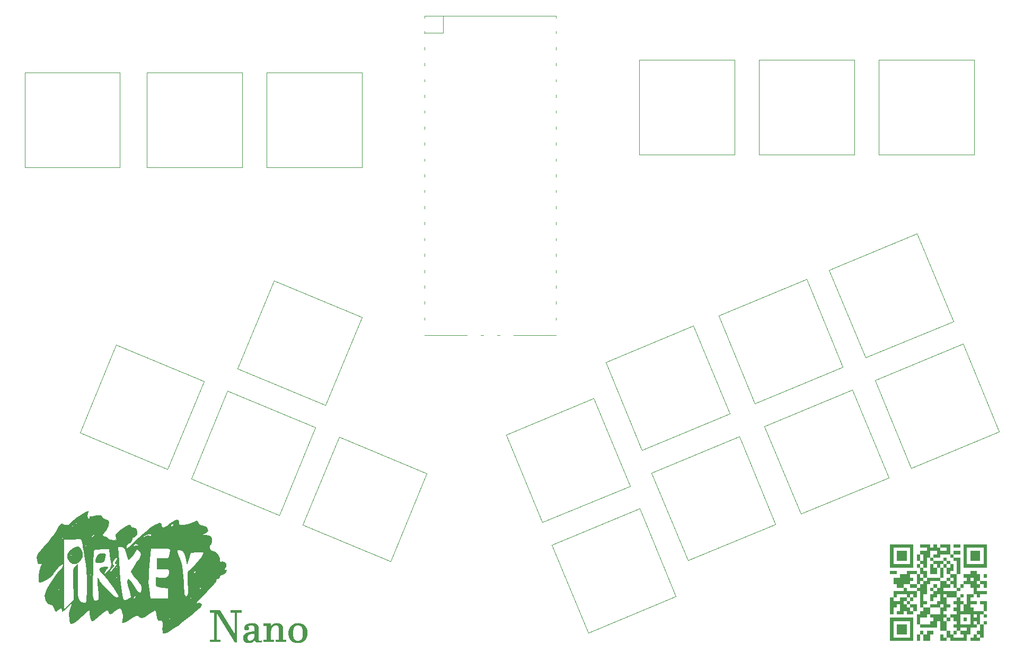
<source format=gbr>
%TF.GenerationSoftware,KiCad,Pcbnew,7.0.5*%
%TF.CreationDate,2023-08-06T16:06:22-05:00*%
%TF.ProjectId,NanoSwap,4e616e6f-5377-4617-902e-6b696361645f,rev?*%
%TF.SameCoordinates,Original*%
%TF.FileFunction,Legend,Top*%
%TF.FilePolarity,Positive*%
%FSLAX46Y46*%
G04 Gerber Fmt 4.6, Leading zero omitted, Abs format (unit mm)*
G04 Created by KiCad (PCBNEW 7.0.5) date 2023-08-06 16:06:22*
%MOMM*%
%LPD*%
G01*
G04 APERTURE LIST*
%ADD10C,1.000000*%
%ADD11C,0.300000*%
%ADD12C,0.120000*%
G04 APERTURE END LIST*
D10*
G36*
X87329819Y-136896157D02*
G01*
X86993986Y-136896157D01*
X84033762Y-132242110D01*
X84048417Y-132234782D01*
X84066735Y-136427211D01*
X84685891Y-136427211D01*
X84685891Y-136818000D01*
X82993288Y-136818000D01*
X82993288Y-136427211D01*
X83679610Y-136427211D01*
X83679610Y-132128537D01*
X82993288Y-132128537D01*
X82993288Y-131737748D01*
X84588193Y-131737748D01*
X86975667Y-135473443D01*
X86961013Y-135480770D01*
X86942695Y-132128537D01*
X86256372Y-132128537D01*
X86256372Y-131737748D01*
X88017363Y-131737748D01*
X88017363Y-132128537D01*
X87329819Y-132128537D01*
X87329819Y-136896157D01*
G37*
G36*
X89777171Y-133770650D02*
G01*
X89837736Y-133773054D01*
X89896545Y-133777062D01*
X89953598Y-133782672D01*
X90008896Y-133789884D01*
X90062439Y-133798700D01*
X90114226Y-133809118D01*
X90164258Y-133821140D01*
X90212801Y-133834726D01*
X90259512Y-133850449D01*
X90315326Y-133873108D01*
X90368277Y-133899107D01*
X90418366Y-133928444D01*
X90465592Y-133961121D01*
X90501313Y-133989667D01*
X90543471Y-134028564D01*
X90582171Y-134071217D01*
X90617412Y-134117626D01*
X90649194Y-134167793D01*
X90677518Y-134221716D01*
X90697687Y-134267559D01*
X90711362Y-134303519D01*
X90727676Y-134353761D01*
X90741816Y-134406788D01*
X90753780Y-134462602D01*
X90763569Y-134521201D01*
X90771182Y-134582586D01*
X90776620Y-134646757D01*
X90779271Y-134696713D01*
X90780699Y-134748237D01*
X90780971Y-134783457D01*
X90780732Y-134835668D01*
X90780198Y-134889974D01*
X90779480Y-134946633D01*
X90778679Y-135001988D01*
X90778528Y-135011824D01*
X90778087Y-135061859D01*
X90777527Y-135113504D01*
X90776847Y-135166759D01*
X90776048Y-135221624D01*
X90775130Y-135278100D01*
X90774092Y-135336185D01*
X90773644Y-135359870D01*
X90772880Y-135419553D01*
X90772117Y-135479534D01*
X90771354Y-135539814D01*
X90770591Y-135600392D01*
X90769827Y-135661268D01*
X90769217Y-135710183D01*
X90768759Y-135746995D01*
X90768407Y-135806922D01*
X90768115Y-135864584D01*
X90767882Y-135919980D01*
X90767709Y-135973110D01*
X90767596Y-136023974D01*
X90767539Y-136082020D01*
X90767538Y-136091377D01*
X90767752Y-136146317D01*
X90768396Y-136197565D01*
X90769690Y-136252688D01*
X90771568Y-136302785D01*
X90773644Y-136341726D01*
X90778924Y-136393010D01*
X90787511Y-136441381D01*
X90802953Y-136490714D01*
X90831346Y-136533762D01*
X90870120Y-136562766D01*
X90918539Y-136576958D01*
X90969045Y-136582533D01*
X91006896Y-136583526D01*
X91061432Y-136581401D01*
X91114668Y-136576810D01*
X91167833Y-136570828D01*
X91217451Y-136564400D01*
X91271899Y-136556660D01*
X91271899Y-136810672D01*
X91217463Y-136821024D01*
X91165591Y-136829945D01*
X91116284Y-136837434D01*
X91060499Y-136844532D01*
X91008407Y-136849570D01*
X90967817Y-136852193D01*
X90915774Y-136855049D01*
X90862308Y-136857453D01*
X90809822Y-136859063D01*
X90769980Y-136859521D01*
X90713463Y-136858895D01*
X90659928Y-136857016D01*
X90609374Y-136853886D01*
X90552644Y-136848476D01*
X90500208Y-136841263D01*
X90459792Y-136833875D01*
X90407574Y-136821428D01*
X90359914Y-136806527D01*
X90311028Y-136786491D01*
X90263146Y-136760119D01*
X90258291Y-136756939D01*
X90218986Y-136726252D01*
X90183017Y-136687851D01*
X90155158Y-136644917D01*
X90148382Y-136631154D01*
X90131662Y-136584833D01*
X90124014Y-136534432D01*
X90124444Y-136528484D01*
X90111674Y-136546122D01*
X90076655Y-136589613D01*
X90039660Y-136630958D01*
X90000691Y-136670156D01*
X89959747Y-136707208D01*
X89945660Y-136719081D01*
X89902684Y-136753013D01*
X89858935Y-136784283D01*
X89814413Y-136812890D01*
X89769119Y-136838836D01*
X89723051Y-136862121D01*
X89707524Y-136869290D01*
X89660640Y-136889240D01*
X89613414Y-136906957D01*
X89565844Y-136922442D01*
X89517930Y-136935694D01*
X89469673Y-136946714D01*
X89453511Y-136949891D01*
X89404925Y-136958191D01*
X89356253Y-136964774D01*
X89307495Y-136969640D01*
X89258651Y-136972788D01*
X89209721Y-136974220D01*
X89193392Y-136974315D01*
X89140041Y-136973380D01*
X89088063Y-136970575D01*
X89037459Y-136965900D01*
X88988228Y-136959355D01*
X88928623Y-136948544D01*
X88871164Y-136934812D01*
X88815851Y-136918157D01*
X88805046Y-136914475D01*
X88752519Y-136894553D01*
X88702555Y-136872186D01*
X88655155Y-136847374D01*
X88610320Y-136820118D01*
X88568048Y-136790416D01*
X88528341Y-136758270D01*
X88513176Y-136744727D01*
X88477529Y-136708985D01*
X88444626Y-136671215D01*
X88414465Y-136631418D01*
X88387048Y-136589594D01*
X88362373Y-136545743D01*
X88340441Y-136499864D01*
X88332436Y-136480944D01*
X88314846Y-136432525D01*
X88300236Y-136382675D01*
X88288609Y-136331393D01*
X88279962Y-136278681D01*
X88274297Y-136224537D01*
X88271614Y-136168962D01*
X88271376Y-136146332D01*
X88272704Y-136102368D01*
X88991892Y-136102368D01*
X88993476Y-136162017D01*
X88998227Y-136217620D01*
X89006146Y-136269178D01*
X89020499Y-136327937D01*
X89039801Y-136380375D01*
X89064052Y-136426493D01*
X89093253Y-136466290D01*
X89133925Y-136506132D01*
X89179921Y-136537731D01*
X89231240Y-136561087D01*
X89287884Y-136576199D01*
X89339153Y-136582496D01*
X89371690Y-136583526D01*
X89423362Y-136580931D01*
X89478241Y-136573146D01*
X89528889Y-136562076D01*
X89581991Y-136547033D01*
X89597614Y-136542005D01*
X89644226Y-136524588D01*
X89689721Y-136503480D01*
X89734099Y-136478678D01*
X89777362Y-136450185D01*
X89819508Y-136417999D01*
X89833309Y-136406450D01*
X89873652Y-136369127D01*
X89911333Y-136327682D01*
X89946352Y-136282115D01*
X89973501Y-136240995D01*
X89998802Y-136197012D01*
X90017712Y-136159765D01*
X90039173Y-136109831D01*
X90056996Y-136056200D01*
X90071182Y-135998872D01*
X90079912Y-135950348D01*
X90086313Y-135899458D01*
X90090387Y-135846202D01*
X90092133Y-135790579D01*
X90092206Y-135776304D01*
X90092206Y-135490540D01*
X90031076Y-135492464D01*
X89971792Y-135495033D01*
X89914355Y-135498246D01*
X89858763Y-135502103D01*
X89805018Y-135506604D01*
X89753119Y-135511749D01*
X89703066Y-135517538D01*
X89639200Y-135526258D01*
X89578616Y-135536123D01*
X89535332Y-135544273D01*
X89480817Y-135555779D01*
X89429621Y-135568316D01*
X89381746Y-135581883D01*
X89326570Y-135600290D01*
X89276583Y-135620308D01*
X89231783Y-135641936D01*
X89192171Y-135665173D01*
X89150454Y-135694726D01*
X89108622Y-135732134D01*
X89074152Y-135772697D01*
X89047046Y-135816417D01*
X89032192Y-135849577D01*
X89016489Y-135898822D01*
X89004643Y-135951457D01*
X88996654Y-136007482D01*
X88992876Y-136058200D01*
X88991892Y-136102368D01*
X88272704Y-136102368D01*
X88273265Y-136083792D01*
X88278932Y-136023180D01*
X88288377Y-135964495D01*
X88301601Y-135907737D01*
X88318602Y-135852906D01*
X88339382Y-135800003D01*
X88363940Y-135749027D01*
X88392276Y-135699978D01*
X88424390Y-135652856D01*
X88460282Y-135607662D01*
X88499953Y-135564394D01*
X88543401Y-135523054D01*
X88590628Y-135483642D01*
X88641633Y-135446156D01*
X88696415Y-135410598D01*
X88754976Y-135376967D01*
X88816877Y-135345258D01*
X88881677Y-135315467D01*
X88949379Y-135287594D01*
X89019980Y-135261638D01*
X89093482Y-135237600D01*
X89169884Y-135215480D01*
X89249187Y-135195278D01*
X89331390Y-135176993D01*
X89416493Y-135160626D01*
X89504497Y-135146176D01*
X89595401Y-135133645D01*
X89689205Y-135123030D01*
X89785910Y-135114334D01*
X89835350Y-135110705D01*
X89885516Y-135107555D01*
X89936406Y-135104885D01*
X89988021Y-135102694D01*
X90040362Y-135100983D01*
X90093427Y-135099751D01*
X90094038Y-135045560D01*
X90094648Y-134990452D01*
X90095183Y-134941482D01*
X90095717Y-134891811D01*
X90095870Y-134877490D01*
X90096821Y-134826909D01*
X90097539Y-134776678D01*
X90098024Y-134726798D01*
X90098274Y-134677268D01*
X90098312Y-134649123D01*
X90097282Y-134598866D01*
X90092702Y-134536498D01*
X90084459Y-134479435D01*
X90072552Y-134427677D01*
X90056982Y-134381223D01*
X90032367Y-134330615D01*
X90002027Y-134288296D01*
X89981076Y-134266883D01*
X89941243Y-134236275D01*
X89894255Y-134210855D01*
X89840111Y-134190623D01*
X89791644Y-134178172D01*
X89738598Y-134169042D01*
X89680972Y-134163231D01*
X89618766Y-134160741D01*
X89602499Y-134160637D01*
X89547002Y-134161562D01*
X89493472Y-134164334D01*
X89441911Y-134168956D01*
X89392317Y-134175425D01*
X89335401Y-134185629D01*
X89281320Y-134198495D01*
X89232333Y-134212105D01*
X89183321Y-134227657D01*
X89133186Y-134247138D01*
X89094474Y-134268104D01*
X89128726Y-134305899D01*
X89158112Y-134349023D01*
X89183131Y-134394972D01*
X89188508Y-134406101D01*
X89209760Y-134456344D01*
X89224056Y-134506780D01*
X89231398Y-134557409D01*
X89232471Y-134585620D01*
X89228779Y-134640689D01*
X89217702Y-134692323D01*
X89199241Y-134740523D01*
X89173395Y-134785288D01*
X89140165Y-134826619D01*
X89127447Y-134839632D01*
X89085945Y-134874494D01*
X89039290Y-134902143D01*
X88987484Y-134922580D01*
X88930526Y-134935803D01*
X88879125Y-134941313D01*
X88846568Y-134942214D01*
X88795641Y-134939473D01*
X88745293Y-134931247D01*
X88700022Y-134919011D01*
X88652507Y-134899885D01*
X88609032Y-134874408D01*
X88573016Y-134845739D01*
X88537832Y-134808429D01*
X88507843Y-134765348D01*
X88485088Y-134721175D01*
X88468344Y-134671706D01*
X88458577Y-134623513D01*
X88453833Y-134571843D01*
X88453337Y-134547762D01*
X88456213Y-134490947D01*
X88464843Y-134434991D01*
X88479225Y-134379893D01*
X88499361Y-134325654D01*
X88520536Y-134281111D01*
X88535158Y-134254671D01*
X88562957Y-134211237D01*
X88594454Y-134169472D01*
X88629647Y-134129377D01*
X88668537Y-134090952D01*
X88711125Y-134054196D01*
X88757409Y-134019110D01*
X88776958Y-134005543D01*
X88828419Y-133973033D01*
X88872249Y-133948571D01*
X88918445Y-133925482D01*
X88967007Y-133903767D01*
X89017936Y-133883426D01*
X89071230Y-133864459D01*
X89126891Y-133846866D01*
X89170189Y-133834573D01*
X89229991Y-133819403D01*
X89292158Y-133806256D01*
X89340336Y-133797723D01*
X89389846Y-133790328D01*
X89440686Y-133784070D01*
X89492857Y-133778951D01*
X89546359Y-133774969D01*
X89601192Y-133772124D01*
X89657356Y-133770418D01*
X89714851Y-133769849D01*
X89777171Y-133770650D01*
G37*
G36*
X92733692Y-136427211D02*
G01*
X93197754Y-136427211D01*
X93197754Y-136818000D01*
X91522248Y-136818000D01*
X91522248Y-136427211D01*
X92037600Y-136427211D01*
X92037600Y-134238795D01*
X91522248Y-134238795D01*
X91522248Y-133848006D01*
X92733692Y-133848006D01*
X92708047Y-134376792D01*
X92694614Y-134368244D01*
X92718824Y-134315801D01*
X92745203Y-134265633D01*
X92773750Y-134217741D01*
X92804466Y-134172124D01*
X92837349Y-134128783D01*
X92872400Y-134087717D01*
X92909620Y-134048927D01*
X92949008Y-134012412D01*
X92990564Y-133978173D01*
X93034288Y-133946209D01*
X93064642Y-133926164D01*
X93112326Y-133898229D01*
X93162415Y-133873041D01*
X93214908Y-133850602D01*
X93269806Y-133830909D01*
X93327107Y-133813965D01*
X93386813Y-133799769D01*
X93448923Y-133788320D01*
X93513438Y-133779618D01*
X93580356Y-133773665D01*
X93649679Y-133770459D01*
X93697230Y-133769849D01*
X93757032Y-133770812D01*
X93814925Y-133773703D01*
X93870910Y-133778521D01*
X93924987Y-133785267D01*
X93977156Y-133793939D01*
X94027416Y-133804539D01*
X94075769Y-133817066D01*
X94144720Y-133839470D01*
X94209377Y-133866210D01*
X94269741Y-133897287D01*
X94325812Y-133932700D01*
X94377590Y-133972449D01*
X94425074Y-134016534D01*
X94468287Y-134064372D01*
X94507249Y-134115839D01*
X94541960Y-134170933D01*
X94572421Y-134229655D01*
X94598632Y-134292005D01*
X94620592Y-134357983D01*
X94638302Y-134427588D01*
X94647748Y-134476008D01*
X94655304Y-134526039D01*
X94660971Y-134577683D01*
X94664749Y-134630940D01*
X94666638Y-134685808D01*
X94666875Y-134713847D01*
X94666875Y-136427211D01*
X95165130Y-136427211D01*
X95165130Y-136818000D01*
X93506721Y-136818000D01*
X93506721Y-136427211D01*
X93970782Y-136427211D01*
X93970782Y-134630805D01*
X93968970Y-134571519D01*
X93963532Y-134516392D01*
X93954468Y-134465426D01*
X93938040Y-134407567D01*
X93915947Y-134356208D01*
X93888190Y-134311349D01*
X93854767Y-134272989D01*
X93816449Y-134240622D01*
X93773242Y-134213741D01*
X93725144Y-134192346D01*
X93672157Y-134176437D01*
X93614281Y-134166014D01*
X93564459Y-134161625D01*
X93525039Y-134160637D01*
X93473704Y-134162277D01*
X93423502Y-134167197D01*
X93374433Y-134175396D01*
X93326497Y-134186874D01*
X93279693Y-134201633D01*
X93234023Y-134219671D01*
X93216072Y-134227804D01*
X93172638Y-134250612D01*
X93130873Y-134277058D01*
X93090778Y-134307141D01*
X93052353Y-134340862D01*
X93015597Y-134378220D01*
X92980511Y-134419215D01*
X92966944Y-134436632D01*
X92934786Y-134482958D01*
X92904715Y-134533399D01*
X92876731Y-134587954D01*
X92855846Y-134634560D01*
X92836297Y-134683800D01*
X92818084Y-134735673D01*
X92801206Y-134790179D01*
X92797196Y-134804217D01*
X92782312Y-134861767D01*
X92769413Y-134922064D01*
X92758498Y-134985110D01*
X92751615Y-135034197D01*
X92745847Y-135084829D01*
X92741196Y-135137008D01*
X92737661Y-135190732D01*
X92735243Y-135246001D01*
X92733941Y-135302816D01*
X92733692Y-135341551D01*
X92733692Y-136427211D01*
G37*
G36*
X97141841Y-133770954D02*
G01*
X97208312Y-133774271D01*
X97273302Y-133779799D01*
X97336811Y-133787537D01*
X97398839Y-133797487D01*
X97459386Y-133809648D01*
X97518452Y-133824020D01*
X97576036Y-133840603D01*
X97632139Y-133859397D01*
X97686761Y-133880402D01*
X97722353Y-133895634D01*
X97774441Y-133920024D01*
X97824920Y-133946023D01*
X97873789Y-133973633D01*
X97921048Y-134002853D01*
X97966697Y-134033682D01*
X98010736Y-134066122D01*
X98053165Y-134100172D01*
X98093983Y-134135831D01*
X98133192Y-134173101D01*
X98170791Y-134211981D01*
X98194963Y-134238795D01*
X98229857Y-134279936D01*
X98263098Y-134322300D01*
X98294686Y-134365888D01*
X98324621Y-134410700D01*
X98352903Y-134456735D01*
X98379533Y-134503994D01*
X98404509Y-134552477D01*
X98427833Y-134602183D01*
X98449503Y-134653112D01*
X98469521Y-134705265D01*
X98481948Y-134740714D01*
X98499407Y-134794595D01*
X98515150Y-134849078D01*
X98529175Y-134904161D01*
X98541482Y-134959846D01*
X98552072Y-135016131D01*
X98560945Y-135073018D01*
X98568101Y-135130506D01*
X98573539Y-135188594D01*
X98577260Y-135247284D01*
X98579263Y-135306575D01*
X98579645Y-135346436D01*
X98578733Y-135407971D01*
X98575996Y-135468925D01*
X98571434Y-135529300D01*
X98565048Y-135589095D01*
X98556837Y-135648311D01*
X98546801Y-135706947D01*
X98534941Y-135765004D01*
X98521256Y-135822481D01*
X98505746Y-135879378D01*
X98488412Y-135935696D01*
X98475842Y-135972919D01*
X98455520Y-136027917D01*
X98433481Y-136081626D01*
X98409724Y-136134048D01*
X98384251Y-136185182D01*
X98357060Y-136235027D01*
X98328151Y-136283585D01*
X98297525Y-136330854D01*
X98265182Y-136376836D01*
X98231122Y-136421529D01*
X98195344Y-136464935D01*
X98170538Y-136493157D01*
X98131973Y-136534015D01*
X98091841Y-136573241D01*
X98050142Y-136610837D01*
X98006876Y-136646801D01*
X97962043Y-136681133D01*
X97915643Y-136713834D01*
X97867676Y-136744903D01*
X97818142Y-136774341D01*
X97767040Y-136802148D01*
X97714372Y-136828323D01*
X97678389Y-136844866D01*
X97623205Y-136868000D01*
X97566648Y-136888859D01*
X97508716Y-136907442D01*
X97449411Y-136923749D01*
X97388732Y-136937781D01*
X97326679Y-136949538D01*
X97263252Y-136959019D01*
X97198452Y-136966224D01*
X97132277Y-136971155D01*
X97064729Y-136973809D01*
X97018933Y-136974315D01*
X96951199Y-136973209D01*
X96884924Y-136969893D01*
X96820109Y-136964365D01*
X96756754Y-136956626D01*
X96694858Y-136946677D01*
X96634422Y-136934516D01*
X96575446Y-136920144D01*
X96517930Y-136903561D01*
X96461873Y-136884767D01*
X96407277Y-136863762D01*
X96371690Y-136848530D01*
X96319590Y-136824151D01*
X96269079Y-136798183D01*
X96220157Y-136770627D01*
X96172823Y-136741483D01*
X96127077Y-136710750D01*
X96082920Y-136678428D01*
X96040352Y-136644518D01*
X95999372Y-136609019D01*
X95959981Y-136571932D01*
X95922178Y-136533256D01*
X95897859Y-136506590D01*
X95862954Y-136465231D01*
X95829680Y-136422670D01*
X95798039Y-136378906D01*
X95768028Y-136333941D01*
X95739649Y-136287773D01*
X95712902Y-136240403D01*
X95687786Y-136191831D01*
X95664301Y-136142057D01*
X95642448Y-136091081D01*
X95622227Y-136038903D01*
X95609652Y-136003450D01*
X95592411Y-135949568D01*
X95576865Y-135895086D01*
X95563016Y-135840002D01*
X95550862Y-135784318D01*
X95540404Y-135728032D01*
X95531642Y-135671146D01*
X95524576Y-135613658D01*
X95519206Y-135555569D01*
X95515531Y-135496879D01*
X95513553Y-135437589D01*
X95513176Y-135397727D01*
X95513393Y-135383073D01*
X96271550Y-135383073D01*
X96271990Y-135449068D01*
X96273310Y-135512874D01*
X96275511Y-135574491D01*
X96278591Y-135633918D01*
X96282552Y-135691155D01*
X96287392Y-135746203D01*
X96293113Y-135799061D01*
X96299714Y-135849729D01*
X96307195Y-135898208D01*
X96318539Y-135959441D01*
X96321620Y-135974140D01*
X96334824Y-136030622D01*
X96349403Y-136084050D01*
X96365355Y-136134425D01*
X96382681Y-136181747D01*
X96406270Y-136236606D01*
X96432006Y-136286695D01*
X96459889Y-136332013D01*
X96465723Y-136340505D01*
X96496271Y-136380546D01*
X96529145Y-136416711D01*
X96571663Y-136454994D01*
X96617531Y-136487694D01*
X96666746Y-136514814D01*
X96701418Y-136529793D01*
X96756844Y-136548054D01*
X96805854Y-136560385D01*
X96857428Y-136570093D01*
X96911565Y-136577177D01*
X96968267Y-136581637D01*
X97027533Y-136583474D01*
X97039694Y-136583526D01*
X97098477Y-136582155D01*
X97154994Y-136578040D01*
X97209245Y-136571183D01*
X97261230Y-136561583D01*
X97310949Y-136549239D01*
X97358402Y-136534153D01*
X97376749Y-136527351D01*
X97429943Y-136503494D01*
X97479617Y-136474056D01*
X97525771Y-136439037D01*
X97561542Y-136405590D01*
X97594869Y-136368268D01*
X97619771Y-136335620D01*
X97649168Y-136290433D01*
X97676299Y-136240356D01*
X97701165Y-136185389D01*
X97719426Y-136137895D01*
X97736237Y-136087272D01*
X97751597Y-136033520D01*
X97765508Y-135976638D01*
X97768759Y-135961928D01*
X97781066Y-135900715D01*
X97789220Y-135852200D01*
X97796451Y-135801453D01*
X97802758Y-135748473D01*
X97808143Y-135693261D01*
X97812604Y-135635816D01*
X97816143Y-135576139D01*
X97818758Y-135514229D01*
X97820450Y-135450087D01*
X97821220Y-135383712D01*
X97821271Y-135361091D01*
X97820831Y-135295106D01*
X97819511Y-135231332D01*
X97817310Y-135169769D01*
X97814230Y-135110418D01*
X97810269Y-135053277D01*
X97805429Y-134998347D01*
X97799708Y-134945629D01*
X97793107Y-134895121D01*
X97785626Y-134846825D01*
X97774282Y-134785869D01*
X97771201Y-134771244D01*
X97757997Y-134714477D01*
X97743419Y-134660801D01*
X97727466Y-134610216D01*
X97710140Y-134562722D01*
X97686551Y-134507702D01*
X97660815Y-134457512D01*
X97632932Y-134412151D01*
X97627098Y-134403659D01*
X97596490Y-134363647D01*
X97563437Y-134327572D01*
X97520547Y-134289475D01*
X97474136Y-134257046D01*
X97424205Y-134230285D01*
X97388961Y-134215592D01*
X97333248Y-134196916D01*
X97284262Y-134184304D01*
X97232951Y-134174376D01*
X97179314Y-134167131D01*
X97123352Y-134162569D01*
X97065064Y-134160691D01*
X97053127Y-134160637D01*
X96993319Y-134162009D01*
X96936015Y-134166123D01*
X96881215Y-134172981D01*
X96828920Y-134182581D01*
X96779129Y-134194924D01*
X96731843Y-134210011D01*
X96713630Y-134216813D01*
X96661637Y-134240713D01*
X96612822Y-134270279D01*
X96567184Y-134305513D01*
X96531579Y-134339204D01*
X96498181Y-134376830D01*
X96473050Y-134409765D01*
X96443623Y-134454601D01*
X96416402Y-134504385D01*
X96391388Y-134559119D01*
X96372965Y-134606470D01*
X96355953Y-134656988D01*
X96340354Y-134710674D01*
X96326167Y-134767527D01*
X96322841Y-134782235D01*
X96310820Y-134843449D01*
X96302856Y-134891963D01*
X96295793Y-134942711D01*
X96289632Y-134995690D01*
X96284373Y-135050903D01*
X96280015Y-135108347D01*
X96276559Y-135168025D01*
X96274004Y-135229934D01*
X96272352Y-135294077D01*
X96271600Y-135360452D01*
X96271550Y-135383073D01*
X95513393Y-135383073D01*
X95514088Y-135336193D01*
X95516825Y-135275239D01*
X95521387Y-135214864D01*
X95527773Y-135155068D01*
X95535984Y-135095852D01*
X95546020Y-135037216D01*
X95557880Y-134979160D01*
X95571565Y-134921683D01*
X95587075Y-134864785D01*
X95604409Y-134808468D01*
X95616979Y-134771244D01*
X95637301Y-134716258D01*
X95659340Y-134662580D01*
X95683097Y-134610212D01*
X95708570Y-134559154D01*
X95735761Y-134509405D01*
X95764670Y-134460965D01*
X95795296Y-134413835D01*
X95827639Y-134368015D01*
X95861699Y-134323504D01*
X95897477Y-134280302D01*
X95922283Y-134252228D01*
X95960848Y-134211152D01*
X96000980Y-134171728D01*
X96042679Y-134133958D01*
X96085945Y-134097840D01*
X96130778Y-134063375D01*
X96177178Y-134030564D01*
X96225145Y-133999405D01*
X96274679Y-133969899D01*
X96325781Y-133942046D01*
X96378449Y-133915846D01*
X96414432Y-133899297D01*
X96469616Y-133876164D01*
X96526173Y-133855305D01*
X96584105Y-133836722D01*
X96643410Y-133820415D01*
X96704089Y-133806383D01*
X96766142Y-133794626D01*
X96829569Y-133785145D01*
X96894369Y-133777939D01*
X96960544Y-133773009D01*
X97028092Y-133770354D01*
X97073888Y-133769849D01*
X97141841Y-133770954D01*
G37*
D11*
%TO.C,*%
D12*
X151585810Y-43698000D02*
X151585810Y-58898000D01*
X151585810Y-58898000D02*
X166785810Y-58898000D01*
X166785810Y-43698000D02*
X151585810Y-43698000D01*
X166785810Y-58898000D02*
X166785810Y-43698000D01*
X117262000Y-36730000D02*
X117262000Y-37030000D01*
X117262000Y-36730000D02*
X138262000Y-36730000D01*
X117262000Y-39130000D02*
X117262000Y-39530000D01*
X117262000Y-39397000D02*
X120269000Y-39397000D01*
X117262000Y-41730000D02*
X117262000Y-42130000D01*
X117262000Y-44230000D02*
X117262000Y-44630000D01*
X117262000Y-46830000D02*
X117262000Y-47230000D01*
X117262000Y-49330000D02*
X117262000Y-49730000D01*
X117262000Y-51830000D02*
X117262000Y-52230000D01*
X117262000Y-54430000D02*
X117262000Y-54830000D01*
X117262000Y-56930000D02*
X117262000Y-57330000D01*
X117262000Y-59530000D02*
X117262000Y-59930000D01*
X117262000Y-62030000D02*
X117262000Y-62430000D01*
X117262000Y-64530000D02*
X117262000Y-64930000D01*
X117262000Y-67130000D02*
X117262000Y-67530000D01*
X117262000Y-69630000D02*
X117262000Y-70030000D01*
X117262000Y-72230000D02*
X117262000Y-72630000D01*
X117262000Y-74730000D02*
X117262000Y-75130000D01*
X117262000Y-77330000D02*
X117262000Y-77730000D01*
X117262000Y-79830000D02*
X117262000Y-80230000D01*
X117262000Y-82330000D02*
X117262000Y-82730000D01*
X117262000Y-84930000D02*
X117262000Y-85330000D01*
X120269000Y-39397000D02*
X120269000Y-36730000D01*
X124062000Y-87730000D02*
X117262000Y-87730000D01*
X126262000Y-87730000D02*
X126662000Y-87730000D01*
X128862000Y-87730000D02*
X129262000Y-87730000D01*
X138262000Y-36730000D02*
X138262000Y-37030000D01*
X138262000Y-39130000D02*
X138262000Y-39530000D01*
X138262000Y-41730000D02*
X138262000Y-42130000D01*
X138262000Y-44230000D02*
X138262000Y-44630000D01*
X138262000Y-46830000D02*
X138262000Y-47230000D01*
X138262000Y-49330000D02*
X138262000Y-49730000D01*
X138262000Y-51830000D02*
X138262000Y-52230000D01*
X138262000Y-54430000D02*
X138262000Y-54830000D01*
X138262000Y-56930000D02*
X138262000Y-57330000D01*
X138262000Y-59530000D02*
X138262000Y-59930000D01*
X138262000Y-62030000D02*
X138262000Y-62430000D01*
X138262000Y-64530000D02*
X138262000Y-64930000D01*
X138262000Y-67130000D02*
X138262000Y-67530000D01*
X138262000Y-69630000D02*
X138262000Y-70030000D01*
X138262000Y-72230000D02*
X138262000Y-72630000D01*
X138262000Y-74730000D02*
X138262000Y-75130000D01*
X138262000Y-77330000D02*
X138262000Y-77730000D01*
X138262000Y-79830000D02*
X138262000Y-80230000D01*
X138262000Y-82330000D02*
X138262000Y-82730000D01*
X138262000Y-84930000D02*
X138262000Y-85330000D01*
X138262000Y-87730000D02*
X131462000Y-87730000D01*
X85801573Y-96677362D02*
X79984784Y-110720331D01*
X79984784Y-110720331D02*
X94027753Y-116537120D01*
X99844542Y-102494151D02*
X85801573Y-96677362D01*
X94027753Y-116537120D02*
X99844542Y-102494151D01*
X137569370Y-121284250D02*
X143386159Y-135327219D01*
X143386159Y-135327219D02*
X157429128Y-129510430D01*
X151612339Y-115467461D02*
X137569370Y-121284250D01*
X157429128Y-129510430D02*
X151612339Y-115467461D01*
X93195573Y-79056625D02*
X87378784Y-93099594D01*
X87378784Y-93099594D02*
X101421753Y-98916383D01*
X107238542Y-84873414D02*
X93195573Y-79056625D01*
X101421753Y-98916383D02*
X107238542Y-84873414D01*
X92056000Y-45740000D02*
X92056000Y-60940000D01*
X92056000Y-60940000D02*
X107256000Y-60940000D01*
X107256000Y-45740000D02*
X92056000Y-45740000D01*
X107256000Y-60940000D02*
X107256000Y-45740000D01*
X171536132Y-102276883D02*
X177352921Y-116319852D01*
X177352921Y-116319852D02*
X191395890Y-110503063D01*
X185579101Y-96460094D02*
X171536132Y-102276883D01*
X191395890Y-110503063D02*
X185579101Y-96460094D01*
X189206121Y-94946910D02*
X195022910Y-108989879D01*
X195022910Y-108989879D02*
X209065879Y-103173090D01*
X203249090Y-89130121D02*
X189206121Y-94946910D01*
X209065879Y-103173090D02*
X203249090Y-89130121D01*
G36*
X192696545Y-125705814D02*
G01*
X192696545Y-125972480D01*
X192163212Y-125972480D01*
X191629878Y-125972480D01*
X191629878Y-125705814D01*
X191629878Y-125439147D01*
X192163212Y-125439147D01*
X192696545Y-125439147D01*
X192696545Y-125705814D01*
G37*
G36*
X194296545Y-123039147D02*
G01*
X194296545Y-123839147D01*
X193496545Y-123839147D01*
X192696545Y-123839147D01*
X192696545Y-123039147D01*
X192696545Y-122239147D01*
X193496545Y-122239147D01*
X194296545Y-122239147D01*
X194296545Y-123039147D01*
G37*
G36*
X194296545Y-134772480D02*
G01*
X194296545Y-135572480D01*
X193496545Y-135572480D01*
X192696545Y-135572480D01*
X192696545Y-134772480D01*
X192696545Y-133972480D01*
X193496545Y-133972480D01*
X194296545Y-133972480D01*
X194296545Y-134772480D01*
G37*
G36*
X195896545Y-127839147D02*
G01*
X195896545Y-128105814D01*
X195363212Y-128105814D01*
X194829878Y-128105814D01*
X194829878Y-127839147D01*
X194829878Y-127572480D01*
X195363212Y-127572480D01*
X195896545Y-127572480D01*
X195896545Y-127839147D01*
G37*
G36*
X201229878Y-126772480D02*
G01*
X201229878Y-127039147D01*
X200963212Y-127039147D01*
X200696545Y-127039147D01*
X200696545Y-126772480D01*
X200696545Y-126505814D01*
X200963212Y-126505814D01*
X201229878Y-126505814D01*
X201229878Y-126772480D01*
G37*
G36*
X201229878Y-133172480D02*
G01*
X201229878Y-133439147D01*
X200963212Y-133439147D01*
X200696545Y-133439147D01*
X200696545Y-133172480D01*
X200696545Y-132905814D01*
X200963212Y-132905814D01*
X201229878Y-132905814D01*
X201229878Y-133172480D01*
G37*
G36*
X202296545Y-135305814D02*
G01*
X202296545Y-135572480D01*
X202029878Y-135572480D01*
X201763212Y-135572480D01*
X201763212Y-135305814D01*
X201763212Y-135039147D01*
X202029878Y-135039147D01*
X202296545Y-135039147D01*
X202296545Y-135305814D01*
G37*
G36*
X202829878Y-121439147D02*
G01*
X202829878Y-121705814D01*
X202296545Y-121705814D01*
X201763212Y-121705814D01*
X201763212Y-121439147D01*
X201763212Y-121172480D01*
X202296545Y-121172480D01*
X202829878Y-121172480D01*
X202829878Y-121439147D01*
G37*
G36*
X203363212Y-129439147D02*
G01*
X203363212Y-129705814D01*
X203096545Y-129705814D01*
X202829878Y-129705814D01*
X202829878Y-129439147D01*
X202829878Y-129172480D01*
X203096545Y-129172480D01*
X203363212Y-129172480D01*
X203363212Y-129439147D01*
G37*
G36*
X203896545Y-133172480D02*
G01*
X203896545Y-133439147D01*
X203629878Y-133439147D01*
X203363212Y-133439147D01*
X203363212Y-133172480D01*
X203363212Y-132905814D01*
X203629878Y-132905814D01*
X203896545Y-132905814D01*
X203896545Y-133172480D01*
G37*
G36*
X206029878Y-123039147D02*
G01*
X206029878Y-123839147D01*
X205229878Y-123839147D01*
X204429878Y-123839147D01*
X204429878Y-123039147D01*
X204429878Y-122239147D01*
X205229878Y-122239147D01*
X206029878Y-122239147D01*
X206029878Y-123039147D01*
G37*
G36*
X207096545Y-126239147D02*
G01*
X207096545Y-126505814D01*
X206829878Y-126505814D01*
X206563212Y-126505814D01*
X206563212Y-126239147D01*
X206563212Y-125972480D01*
X206829878Y-125972480D01*
X207096545Y-125972480D01*
X207096545Y-126239147D01*
G37*
G36*
X207096545Y-132639147D02*
G01*
X207096545Y-132905814D01*
X206829878Y-132905814D01*
X206563212Y-132905814D01*
X206563212Y-132639147D01*
X206563212Y-132372480D01*
X206829878Y-132372480D01*
X207096545Y-132372480D01*
X207096545Y-132639147D01*
G37*
G36*
X199096545Y-127839147D02*
G01*
X199096545Y-128105814D01*
X198829878Y-128105814D01*
X198563212Y-128105814D01*
X198563212Y-128372480D01*
X198563212Y-128639147D01*
X198296545Y-128639147D01*
X198029878Y-128639147D01*
X198029878Y-128372480D01*
X198029878Y-128105814D01*
X198296545Y-128105814D01*
X198563212Y-128105814D01*
X198563212Y-127839147D01*
X198563212Y-127572480D01*
X198829878Y-127572480D01*
X199096545Y-127572480D01*
X199096545Y-127839147D01*
G37*
G36*
X195363212Y-123039147D02*
G01*
X195363212Y-124905814D01*
X193496545Y-124905814D01*
X191629878Y-124905814D01*
X191629878Y-123039147D01*
X191629878Y-121705814D01*
X192163212Y-121705814D01*
X192163212Y-123039147D01*
X192163212Y-124372480D01*
X193496545Y-124372480D01*
X194829878Y-124372480D01*
X194829878Y-123039147D01*
X194829878Y-121705814D01*
X193496545Y-121705814D01*
X192163212Y-121705814D01*
X191629878Y-121705814D01*
X191629878Y-121172480D01*
X193496545Y-121172480D01*
X195363212Y-121172480D01*
X195363212Y-123039147D01*
G37*
G36*
X195363212Y-134772480D02*
G01*
X195363212Y-136639147D01*
X193496545Y-136639147D01*
X191629878Y-136639147D01*
X191629878Y-134772480D01*
X191629878Y-133439147D01*
X192163212Y-133439147D01*
X192163212Y-134772480D01*
X192163212Y-136105814D01*
X193496545Y-136105814D01*
X194829878Y-136105814D01*
X194829878Y-134772480D01*
X194829878Y-133439147D01*
X193496545Y-133439147D01*
X192163212Y-133439147D01*
X191629878Y-133439147D01*
X191629878Y-132905814D01*
X193496545Y-132905814D01*
X195363212Y-132905814D01*
X195363212Y-134772480D01*
G37*
G36*
X207096545Y-123039147D02*
G01*
X207096545Y-124905814D01*
X205229878Y-124905814D01*
X203363212Y-124905814D01*
X203363212Y-123039147D01*
X203363212Y-121705814D01*
X203896545Y-121705814D01*
X203896545Y-123039147D01*
X203896545Y-124372480D01*
X205229878Y-124372480D01*
X206563212Y-124372480D01*
X206563212Y-123039147D01*
X206563212Y-121705814D01*
X205229878Y-121705814D01*
X203896545Y-121705814D01*
X203363212Y-121705814D01*
X203363212Y-121172480D01*
X205229878Y-121172480D01*
X207096545Y-121172480D01*
X207096545Y-123039147D01*
G37*
G36*
X196963212Y-135305814D02*
G01*
X196963212Y-135572480D01*
X197229878Y-135572480D01*
X197496545Y-135572480D01*
X197496545Y-135305814D01*
X197496545Y-135039147D01*
X198029878Y-135039147D01*
X198563212Y-135039147D01*
X198563212Y-135305814D01*
X198563212Y-135572480D01*
X198296545Y-135572480D01*
X198029878Y-135572480D01*
X198029878Y-136105814D01*
X198029878Y-136639147D01*
X197496545Y-136639147D01*
X196963212Y-136639147D01*
X196963212Y-136105814D01*
X196963212Y-135572480D01*
X196696545Y-135572480D01*
X196429878Y-135572480D01*
X196429878Y-136105814D01*
X196429878Y-136639147D01*
X196163212Y-136639147D01*
X195896545Y-136639147D01*
X195896545Y-136105814D01*
X195896545Y-135572480D01*
X196163212Y-135572480D01*
X196429878Y-135572480D01*
X196429878Y-135305814D01*
X196429878Y-135039147D01*
X196696545Y-135039147D01*
X196963212Y-135039147D01*
X196963212Y-135305814D01*
G37*
G36*
X196963212Y-125172480D02*
G01*
X196963212Y-125439147D01*
X197229878Y-125439147D01*
X197496545Y-125439147D01*
X197496545Y-125972480D01*
X197496545Y-126505814D01*
X197229878Y-126505814D01*
X196963212Y-126505814D01*
X196963212Y-126239147D01*
X196963212Y-125972480D01*
X196696545Y-125972480D01*
X196429878Y-125972480D01*
X196429878Y-126239147D01*
X196429878Y-126505814D01*
X196696545Y-126505814D01*
X196963212Y-126505814D01*
X196963212Y-126772480D01*
X196963212Y-127039147D01*
X196696545Y-127039147D01*
X196429878Y-127039147D01*
X196429878Y-127305814D01*
X196429878Y-127572480D01*
X196163212Y-127572480D01*
X195896545Y-127572480D01*
X195896545Y-126772480D01*
X195896545Y-125972480D01*
X195363212Y-125972480D01*
X194829878Y-125972480D01*
X194829878Y-126239147D01*
X194829878Y-126505814D01*
X195096545Y-126505814D01*
X195363212Y-126505814D01*
X195363212Y-126772480D01*
X195363212Y-127039147D01*
X195096545Y-127039147D01*
X194829878Y-127039147D01*
X194829878Y-127305814D01*
X194829878Y-127572480D01*
X194296545Y-127572480D01*
X193763212Y-127572480D01*
X193763212Y-127839147D01*
X193763212Y-128105814D01*
X193229878Y-128105814D01*
X192696545Y-128105814D01*
X192696545Y-127839147D01*
X192696545Y-127572480D01*
X192429878Y-127572480D01*
X192163212Y-127572480D01*
X192163212Y-127039147D01*
X192163212Y-126505814D01*
X192696545Y-126505814D01*
X193229878Y-126505814D01*
X193229878Y-126239147D01*
X193229878Y-125972480D01*
X193763212Y-125972480D01*
X194296545Y-125972480D01*
X194296545Y-125705814D01*
X194296545Y-125439147D01*
X195096545Y-125439147D01*
X195896545Y-125439147D01*
X195896545Y-125705814D01*
X195896545Y-125972480D01*
X196163212Y-125972480D01*
X196429878Y-125972480D01*
X196429878Y-125439147D01*
X196429878Y-124905814D01*
X196696545Y-124905814D01*
X196963212Y-124905814D01*
X196963212Y-125172480D01*
G37*
G36*
X198563212Y-123572480D02*
G01*
X198563212Y-123839147D01*
X199363212Y-123839147D01*
X200163212Y-123839147D01*
X200163212Y-123572480D01*
X200163212Y-123305814D01*
X200429878Y-123305814D01*
X200696545Y-123305814D01*
X200696545Y-123572480D01*
X200696545Y-123839147D01*
X200429878Y-123839147D01*
X200163212Y-123839147D01*
X200163212Y-124105814D01*
X200163212Y-124372480D01*
X199896545Y-124372480D01*
X199629878Y-124372480D01*
X199629878Y-124639147D01*
X199629878Y-124905814D01*
X199896545Y-124905814D01*
X200163212Y-124905814D01*
X200163212Y-124639147D01*
X200163212Y-124372480D01*
X200429878Y-124372480D01*
X200696545Y-124372480D01*
X200696545Y-124105814D01*
X200696545Y-123839147D01*
X200963212Y-123839147D01*
X201229878Y-123839147D01*
X201229878Y-124105814D01*
X201229878Y-124372480D01*
X200963212Y-124372480D01*
X200696545Y-124372480D01*
X200696545Y-124639147D01*
X200696545Y-124905814D01*
X200963212Y-124905814D01*
X201229878Y-124905814D01*
X201229878Y-124639147D01*
X201229878Y-124372480D01*
X201496545Y-124372480D01*
X201763212Y-124372480D01*
X201763212Y-124905814D01*
X201763212Y-125439147D01*
X201496545Y-125439147D01*
X201229878Y-125439147D01*
X201229878Y-125705814D01*
X201229878Y-125972480D01*
X200963212Y-125972480D01*
X200696545Y-125972480D01*
X200696545Y-125439147D01*
X200696545Y-124905814D01*
X200429878Y-124905814D01*
X200163212Y-124905814D01*
X200163212Y-125705814D01*
X200163212Y-126505814D01*
X199896545Y-126505814D01*
X199629878Y-126505814D01*
X199629878Y-125705814D01*
X199629878Y-124905814D01*
X199363212Y-124905814D01*
X199096545Y-124905814D01*
X199096545Y-125439147D01*
X199096545Y-125972480D01*
X198563212Y-125972480D01*
X198029878Y-125972480D01*
X198029878Y-125172480D01*
X198029878Y-124372480D01*
X198296545Y-124372480D01*
X198563212Y-124372480D01*
X198563212Y-124639147D01*
X198563212Y-124905814D01*
X198829878Y-124905814D01*
X199096545Y-124905814D01*
X199096545Y-124639147D01*
X199096545Y-124372480D01*
X198829878Y-124372480D01*
X198563212Y-124372480D01*
X198563212Y-124105814D01*
X198563212Y-123839147D01*
X198296545Y-123839147D01*
X198029878Y-123839147D01*
X198029878Y-123572480D01*
X198029878Y-123305814D01*
X198296545Y-123305814D01*
X198563212Y-123305814D01*
X198563212Y-123572480D01*
G37*
G36*
X198029878Y-121439147D02*
G01*
X198029878Y-121705814D01*
X198296545Y-121705814D01*
X198563212Y-121705814D01*
X198563212Y-121439147D01*
X198563212Y-121172480D01*
X198829878Y-121172480D01*
X199096545Y-121172480D01*
X199096545Y-121439147D01*
X199096545Y-121705814D01*
X199363212Y-121705814D01*
X199629878Y-121705814D01*
X199629878Y-121972480D01*
X199629878Y-122239147D01*
X200163212Y-122239147D01*
X200696545Y-122239147D01*
X200696545Y-121972480D01*
X200696545Y-121705814D01*
X200163212Y-121705814D01*
X199629878Y-121705814D01*
X199629878Y-121439147D01*
X199629878Y-121172480D01*
X200429878Y-121172480D01*
X201229878Y-121172480D01*
X201229878Y-121972480D01*
X201229878Y-122772480D01*
X201496545Y-122772480D01*
X201763212Y-122772480D01*
X201763212Y-122505814D01*
X201763212Y-122239147D01*
X202296545Y-122239147D01*
X202829878Y-122239147D01*
X202829878Y-122505814D01*
X202829878Y-122772480D01*
X202296545Y-122772480D01*
X201763212Y-122772480D01*
X201763212Y-123039147D01*
X201763212Y-123305814D01*
X201496545Y-123305814D01*
X201229878Y-123305814D01*
X201229878Y-123039147D01*
X201229878Y-122772480D01*
X200429878Y-122772480D01*
X199629878Y-122772480D01*
X199629878Y-123039147D01*
X199629878Y-123305814D01*
X199096545Y-123305814D01*
X198563212Y-123305814D01*
X198563212Y-123039147D01*
X198563212Y-122772480D01*
X198829878Y-122772480D01*
X199096545Y-122772480D01*
X199096545Y-122505814D01*
X199096545Y-122239147D01*
X198563212Y-122239147D01*
X198029878Y-122239147D01*
X198029878Y-122772480D01*
X198029878Y-123305814D01*
X197763212Y-123305814D01*
X197496545Y-123305814D01*
X197496545Y-124105814D01*
X197496545Y-124905814D01*
X197229878Y-124905814D01*
X196963212Y-124905814D01*
X196963212Y-124639147D01*
X196963212Y-124372480D01*
X196696545Y-124372480D01*
X196429878Y-124372480D01*
X196429878Y-124639147D01*
X196429878Y-124905814D01*
X196163212Y-124905814D01*
X195896545Y-124905814D01*
X195896545Y-124639147D01*
X195896545Y-124372480D01*
X196163212Y-124372480D01*
X196429878Y-124372480D01*
X196429878Y-124105814D01*
X196429878Y-123839147D01*
X196163212Y-123839147D01*
X195896545Y-123839147D01*
X195896545Y-123305814D01*
X195896545Y-122772480D01*
X196163212Y-122772480D01*
X196429878Y-122772480D01*
X196429878Y-123305814D01*
X196429878Y-123839147D01*
X196696545Y-123839147D01*
X196963212Y-123839147D01*
X196963212Y-123305814D01*
X196963212Y-122772480D01*
X196696545Y-122772480D01*
X196429878Y-122772480D01*
X196429878Y-122505814D01*
X196429878Y-122239147D01*
X196963212Y-122239147D01*
X197496545Y-122239147D01*
X197496545Y-121972480D01*
X197496545Y-121705814D01*
X196963212Y-121705814D01*
X196429878Y-121705814D01*
X196429878Y-121439147D01*
X196429878Y-121172480D01*
X197229878Y-121172480D01*
X198029878Y-121172480D01*
X198029878Y-121439147D01*
G37*
G36*
X199629878Y-126772480D02*
G01*
X199629878Y-127039147D01*
X198829878Y-127039147D01*
X198029878Y-127039147D01*
X198029878Y-127305814D01*
X198029878Y-127572480D01*
X197763212Y-127572480D01*
X197496545Y-127572480D01*
X197496545Y-128372480D01*
X197496545Y-129172480D01*
X197229878Y-129172480D01*
X196963212Y-129172480D01*
X196963212Y-129705814D01*
X196963212Y-130239147D01*
X197229878Y-130239147D01*
X197496545Y-130239147D01*
X197496545Y-130505814D01*
X197496545Y-130772480D01*
X197229878Y-130772480D01*
X196963212Y-130772480D01*
X196963212Y-131039147D01*
X196963212Y-131305814D01*
X196696545Y-131305814D01*
X196429878Y-131305814D01*
X196429878Y-129972480D01*
X196429878Y-128639147D01*
X196163212Y-128639147D01*
X195896545Y-128639147D01*
X195896545Y-129172480D01*
X195896545Y-129705814D01*
X195629878Y-129705814D01*
X195363212Y-129705814D01*
X195363212Y-129972480D01*
X195363212Y-130239147D01*
X195096545Y-130239147D01*
X194829878Y-130239147D01*
X194829878Y-130505814D01*
X194829878Y-130772480D01*
X194563212Y-130772480D01*
X194296545Y-130772480D01*
X194296545Y-131039147D01*
X194296545Y-131305814D01*
X194563212Y-131305814D01*
X194829878Y-131305814D01*
X194829878Y-131572480D01*
X194829878Y-131839147D01*
X195096545Y-131839147D01*
X195363212Y-131839147D01*
X195363212Y-131572480D01*
X195363212Y-131305814D01*
X195096545Y-131305814D01*
X194829878Y-131305814D01*
X194829878Y-131039147D01*
X194829878Y-130772480D01*
X195363212Y-130772480D01*
X195896545Y-130772480D01*
X195896545Y-131305814D01*
X195896545Y-131839147D01*
X195629878Y-131839147D01*
X195363212Y-131839147D01*
X195363212Y-132105814D01*
X195363212Y-132372480D01*
X194829878Y-132372480D01*
X194296545Y-132372480D01*
X194296545Y-132105814D01*
X194296545Y-131839147D01*
X194029878Y-131839147D01*
X193763212Y-131839147D01*
X193763212Y-132105814D01*
X193763212Y-132372480D01*
X193229878Y-132372480D01*
X192696545Y-132372480D01*
X192696545Y-132105814D01*
X192696545Y-131839147D01*
X192963212Y-131839147D01*
X193229878Y-131839147D01*
X193229878Y-131305814D01*
X193229878Y-130772480D01*
X192963212Y-130772480D01*
X192696545Y-130772480D01*
X192696545Y-131039147D01*
X192696545Y-131305814D01*
X192429878Y-131305814D01*
X192163212Y-131305814D01*
X192163212Y-131839147D01*
X192163212Y-132372480D01*
X191896545Y-132372480D01*
X191629878Y-132372480D01*
X191629878Y-131039147D01*
X191629878Y-130239147D01*
X192163212Y-130239147D01*
X192696545Y-130239147D01*
X193229878Y-130239147D01*
X193229878Y-129972480D01*
X193229878Y-129705814D01*
X193763212Y-129705814D01*
X194296545Y-129705814D01*
X194296545Y-129972480D01*
X194296545Y-130239147D01*
X194029878Y-130239147D01*
X193763212Y-130239147D01*
X193763212Y-130505814D01*
X193763212Y-130772480D01*
X194029878Y-130772480D01*
X194296545Y-130772480D01*
X194296545Y-130505814D01*
X194296545Y-130239147D01*
X194563212Y-130239147D01*
X194829878Y-130239147D01*
X194829878Y-129972480D01*
X194829878Y-129705814D01*
X195096545Y-129705814D01*
X195363212Y-129705814D01*
X195363212Y-129439147D01*
X195363212Y-129172480D01*
X195096545Y-129172480D01*
X194829878Y-129172480D01*
X194829878Y-129439147D01*
X194829878Y-129705814D01*
X194563212Y-129705814D01*
X194296545Y-129705814D01*
X194296545Y-129439147D01*
X194296545Y-129172480D01*
X193496545Y-129172480D01*
X192696545Y-129172480D01*
X192696545Y-129439147D01*
X192696545Y-129705814D01*
X192429878Y-129705814D01*
X192163212Y-129705814D01*
X192163212Y-129972480D01*
X192163212Y-130239147D01*
X191629878Y-130239147D01*
X191629878Y-129705814D01*
X191896545Y-129705814D01*
X192163212Y-129705814D01*
X192163212Y-129172480D01*
X192163212Y-128639147D01*
X192963212Y-128639147D01*
X193763212Y-128639147D01*
X193763212Y-128372480D01*
X193763212Y-128105814D01*
X194029878Y-128105814D01*
X194296545Y-128105814D01*
X194296545Y-128372480D01*
X194296545Y-128639147D01*
X195096545Y-128639147D01*
X195896545Y-128639147D01*
X195896545Y-128372480D01*
X195896545Y-128105814D01*
X196163212Y-128105814D01*
X196429878Y-128105814D01*
X196429878Y-127839147D01*
X196429878Y-127572480D01*
X196696545Y-127572480D01*
X196963212Y-127572480D01*
X196963212Y-127305814D01*
X196963212Y-127039147D01*
X197229878Y-127039147D01*
X197496545Y-127039147D01*
X197496545Y-126772480D01*
X197496545Y-126505814D01*
X198563212Y-126505814D01*
X199629878Y-126505814D01*
X199629878Y-126772480D01*
G37*
G36*
X202829878Y-124639147D02*
G01*
X202829878Y-125972480D01*
X202563212Y-125972480D01*
X202296545Y-125972480D01*
X202296545Y-127039147D01*
X202296545Y-128105814D01*
X202563212Y-128105814D01*
X202829878Y-128105814D01*
X202829878Y-127839147D01*
X202829878Y-127572480D01*
X203096545Y-127572480D01*
X203363212Y-127572480D01*
X203363212Y-127305814D01*
X203363212Y-127039147D01*
X203629878Y-127039147D01*
X203896545Y-127039147D01*
X203896545Y-126772480D01*
X203896545Y-126505814D01*
X204429878Y-126505814D01*
X204429878Y-126772480D01*
X204429878Y-127039147D01*
X204696545Y-127039147D01*
X204963212Y-127039147D01*
X204963212Y-126772480D01*
X204963212Y-126505814D01*
X204696545Y-126505814D01*
X204429878Y-126505814D01*
X203896545Y-126505814D01*
X203629878Y-126505814D01*
X203363212Y-126505814D01*
X203363212Y-126239147D01*
X203363212Y-125972480D01*
X203896545Y-125972480D01*
X204429878Y-125972480D01*
X204429878Y-125705814D01*
X204429878Y-125439147D01*
X204963212Y-125439147D01*
X205496545Y-125439147D01*
X205496545Y-125705814D01*
X205496545Y-125972480D01*
X205763212Y-125972480D01*
X206029878Y-125972480D01*
X206029878Y-126505814D01*
X206029878Y-127039147D01*
X205763212Y-127039147D01*
X205496545Y-127039147D01*
X205496545Y-127305814D01*
X205496545Y-127572480D01*
X205763212Y-127572480D01*
X206029878Y-127572480D01*
X206029878Y-127305814D01*
X206029878Y-127039147D01*
X206563212Y-127039147D01*
X207096545Y-127039147D01*
X207096545Y-127572480D01*
X207096545Y-128105814D01*
X206829878Y-128105814D01*
X206563212Y-128105814D01*
X206563212Y-127839147D01*
X206563212Y-127572480D01*
X206296545Y-127572480D01*
X206029878Y-127572480D01*
X206029878Y-127839147D01*
X206029878Y-128105814D01*
X205763212Y-128105814D01*
X205496545Y-128105814D01*
X205496545Y-128372480D01*
X205496545Y-128639147D01*
X206296545Y-128639147D01*
X207096545Y-128639147D01*
X207096545Y-128905814D01*
X207096545Y-129172480D01*
X206563212Y-129172480D01*
X206029878Y-129172480D01*
X206029878Y-129439147D01*
X206029878Y-129705814D01*
X205763212Y-129705814D01*
X205496545Y-129705814D01*
X205496545Y-129439147D01*
X205496545Y-129172480D01*
X205229878Y-129172480D01*
X204963212Y-129172480D01*
X204963212Y-129439147D01*
X204963212Y-129705814D01*
X204696545Y-129705814D01*
X204429878Y-129705814D01*
X204429878Y-129972480D01*
X204429878Y-130239147D01*
X204963212Y-130239147D01*
X205496545Y-130239147D01*
X205496545Y-130505814D01*
X205496545Y-130772480D01*
X204963212Y-130772480D01*
X204429878Y-130772480D01*
X204429878Y-131039147D01*
X204429878Y-131305814D01*
X204696545Y-131305814D01*
X204963212Y-131305814D01*
X204963212Y-131572480D01*
X204963212Y-131839147D01*
X205763212Y-131839147D01*
X206563212Y-131839147D01*
X206563212Y-131305814D01*
X206563212Y-130772480D01*
X206296545Y-130772480D01*
X206029878Y-130772480D01*
X206029878Y-130505814D01*
X206029878Y-130239147D01*
X206563212Y-130239147D01*
X207096545Y-130239147D01*
X207096545Y-131039147D01*
X207096545Y-131839147D01*
X206829878Y-131839147D01*
X206563212Y-131839147D01*
X206563212Y-132105814D01*
X206563212Y-132372480D01*
X206296545Y-132372480D01*
X206029878Y-132372480D01*
X206029878Y-133172480D01*
X206029878Y-133972480D01*
X206296545Y-133972480D01*
X206563212Y-133972480D01*
X206563212Y-133705814D01*
X206563212Y-133439147D01*
X206829878Y-133439147D01*
X207096545Y-133439147D01*
X207096545Y-133705814D01*
X207096545Y-133972480D01*
X206829878Y-133972480D01*
X206563212Y-133972480D01*
X206563212Y-135039147D01*
X206563212Y-136105814D01*
X206296545Y-136105814D01*
X206029878Y-136105814D01*
X206029878Y-136372480D01*
X206029878Y-136639147D01*
X205229878Y-136639147D01*
X204429878Y-136639147D01*
X204429878Y-136372480D01*
X204429878Y-136105814D01*
X204696545Y-136105814D01*
X204963212Y-136105814D01*
X204963212Y-135839147D01*
X204963212Y-135572480D01*
X205229878Y-135572480D01*
X205496545Y-135572480D01*
X205496545Y-135839147D01*
X205496545Y-136105814D01*
X205763212Y-136105814D01*
X206029878Y-136105814D01*
X206029878Y-135839147D01*
X206029878Y-135572480D01*
X205763212Y-135572480D01*
X205496545Y-135572480D01*
X205496545Y-135305814D01*
X205496545Y-135039147D01*
X205763212Y-135039147D01*
X206029878Y-135039147D01*
X206029878Y-134505814D01*
X206029878Y-133972480D01*
X205763212Y-133972480D01*
X205496545Y-133972480D01*
X205496545Y-134239147D01*
X205496545Y-134505814D01*
X204963212Y-134505814D01*
X204429878Y-134505814D01*
X204429878Y-135039147D01*
X204429878Y-135572480D01*
X204163212Y-135572480D01*
X203896545Y-135572480D01*
X203896545Y-136105814D01*
X203896545Y-136639147D01*
X202563212Y-136639147D01*
X201229878Y-136639147D01*
X201229878Y-136372480D01*
X201229878Y-136105814D01*
X200963212Y-136105814D01*
X200696545Y-136105814D01*
X200696545Y-136372480D01*
X200696545Y-136639147D01*
X200163212Y-136639147D01*
X199629878Y-136639147D01*
X199629878Y-136105814D01*
X199629878Y-135572480D01*
X199896545Y-135572480D01*
X200163212Y-135572480D01*
X200163212Y-135839147D01*
X200163212Y-136105814D01*
X200429878Y-136105814D01*
X200696545Y-136105814D01*
X200696545Y-135572480D01*
X200696545Y-135039147D01*
X200963212Y-135039147D01*
X201229878Y-135039147D01*
X201229878Y-135305814D01*
X201229878Y-135572480D01*
X201496545Y-135572480D01*
X201763212Y-135572480D01*
X201763212Y-135839147D01*
X201763212Y-136105814D01*
X202563212Y-136105814D01*
X203363212Y-136105814D01*
X203363212Y-135839147D01*
X203363212Y-135572480D01*
X203096545Y-135572480D01*
X202829878Y-135572480D01*
X202829878Y-135305814D01*
X202829878Y-135039147D01*
X203363212Y-135039147D01*
X203896545Y-135039147D01*
X203896545Y-134772480D01*
X203896545Y-134505814D01*
X203363212Y-134505814D01*
X202829878Y-134505814D01*
X202829878Y-134772480D01*
X202829878Y-135039147D01*
X202563212Y-135039147D01*
X202296545Y-135039147D01*
X202296545Y-134772480D01*
X202296545Y-134505814D01*
X202029878Y-134505814D01*
X201763212Y-134505814D01*
X201763212Y-134239147D01*
X201763212Y-133972480D01*
X202029878Y-133972480D01*
X202296545Y-133972480D01*
X202296545Y-133705814D01*
X202296545Y-133439147D01*
X202029878Y-133439147D01*
X201763212Y-133439147D01*
X201763212Y-133172480D01*
X201763212Y-132905814D01*
X201496545Y-132905814D01*
X201229878Y-132905814D01*
X201229878Y-132639147D01*
X201229878Y-132372480D01*
X201763212Y-132372480D01*
X202296545Y-132372480D01*
X202829878Y-132372480D01*
X202829878Y-133172480D01*
X202829878Y-133972480D01*
X203629878Y-133972480D01*
X204429878Y-133972480D01*
X204429878Y-133439147D01*
X204963212Y-133439147D01*
X204963212Y-133705814D01*
X204963212Y-133972480D01*
X205229878Y-133972480D01*
X205496545Y-133972480D01*
X205496545Y-133705814D01*
X205496545Y-133439147D01*
X205229878Y-133439147D01*
X204963212Y-133439147D01*
X204429878Y-133439147D01*
X204429878Y-133172480D01*
X204429878Y-132372480D01*
X204963212Y-132372480D01*
X204963212Y-132639147D01*
X204963212Y-132905814D01*
X205229878Y-132905814D01*
X205496545Y-132905814D01*
X205496545Y-132639147D01*
X205496545Y-132372480D01*
X205229878Y-132372480D01*
X204963212Y-132372480D01*
X204429878Y-132372480D01*
X203629878Y-132372480D01*
X202829878Y-132372480D01*
X202296545Y-132372480D01*
X202296545Y-132105814D01*
X202296545Y-131839147D01*
X202029878Y-131839147D01*
X201763212Y-131839147D01*
X201763212Y-131572480D01*
X201763212Y-131305814D01*
X202029878Y-131305814D01*
X202296545Y-131305814D01*
X202296545Y-131039147D01*
X202296545Y-130772480D01*
X202029878Y-130772480D01*
X201763212Y-130772480D01*
X201763212Y-130505814D01*
X201763212Y-130239147D01*
X202029878Y-130239147D01*
X202296545Y-130239147D01*
X202296545Y-129972480D01*
X202296545Y-129705814D01*
X202563212Y-129705814D01*
X202829878Y-129705814D01*
X202829878Y-129972480D01*
X202829878Y-130239147D01*
X203096545Y-130239147D01*
X203363212Y-130239147D01*
X203363212Y-130505814D01*
X203363212Y-130772480D01*
X203096545Y-130772480D01*
X202829878Y-130772480D01*
X202829878Y-131305814D01*
X202829878Y-131839147D01*
X203096545Y-131839147D01*
X203363212Y-131839147D01*
X203363212Y-131305814D01*
X203363212Y-130772480D01*
X203629878Y-130772480D01*
X203896545Y-130772480D01*
X203896545Y-129972480D01*
X203896545Y-129172480D01*
X204429878Y-129172480D01*
X204963212Y-129172480D01*
X204963212Y-128639147D01*
X204963212Y-128105814D01*
X204696545Y-128105814D01*
X204429878Y-128105814D01*
X204429878Y-127839147D01*
X204429878Y-127572480D01*
X203896545Y-127572480D01*
X203363212Y-127572480D01*
X203363212Y-127839147D01*
X203363212Y-128105814D01*
X203096545Y-128105814D01*
X202829878Y-128105814D01*
X202829878Y-128372480D01*
X202829878Y-128639147D01*
X202563212Y-128639147D01*
X202296545Y-128639147D01*
X202296545Y-128372480D01*
X202296545Y-128105814D01*
X202029878Y-128105814D01*
X201763212Y-128105814D01*
X201763212Y-127839147D01*
X201763212Y-127572480D01*
X201496545Y-127572480D01*
X201229878Y-127572480D01*
X201229878Y-127839147D01*
X201229878Y-128105814D01*
X200696545Y-128105814D01*
X200163212Y-128105814D01*
X200163212Y-128372480D01*
X200163212Y-128639147D01*
X201229878Y-128639147D01*
X202296545Y-128639147D01*
X202296545Y-129172480D01*
X202296545Y-129705814D01*
X201496545Y-129705814D01*
X200696545Y-129705814D01*
X200696545Y-129439147D01*
X200696545Y-129172480D01*
X200429878Y-129172480D01*
X200163212Y-129172480D01*
X200163212Y-129439147D01*
X200163212Y-129705814D01*
X200429878Y-129705814D01*
X200696545Y-129705814D01*
X200696545Y-130239147D01*
X200696545Y-130772480D01*
X200963212Y-130772480D01*
X201229878Y-130772480D01*
X201229878Y-131039147D01*
X201229878Y-131305814D01*
X200963212Y-131305814D01*
X200696545Y-131305814D01*
X200696545Y-131572480D01*
X200696545Y-131839147D01*
X200429878Y-131839147D01*
X200163212Y-131839147D01*
X200163212Y-132105814D01*
X200163212Y-132372480D01*
X200429878Y-132372480D01*
X200696545Y-132372480D01*
X200696545Y-132639147D01*
X200696545Y-132905814D01*
X200429878Y-132905814D01*
X200163212Y-132905814D01*
X200163212Y-133172480D01*
X200163212Y-133439147D01*
X200429878Y-133439147D01*
X200696545Y-133439147D01*
X200696545Y-134239147D01*
X200696545Y-135039147D01*
X200163212Y-135039147D01*
X199629878Y-135039147D01*
X199629878Y-134239147D01*
X199629878Y-133439147D01*
X199363212Y-133439147D01*
X199096545Y-133439147D01*
X199096545Y-133972480D01*
X199096545Y-134505814D01*
X197763212Y-134505814D01*
X196429878Y-134505814D01*
X196429878Y-134239147D01*
X196429878Y-133972480D01*
X196163212Y-133972480D01*
X195896545Y-133972480D01*
X195896545Y-133172480D01*
X195896545Y-132372480D01*
X196163212Y-132372480D01*
X196429878Y-132372480D01*
X196429878Y-132105814D01*
X196429878Y-131839147D01*
X196696545Y-131839147D01*
X196963212Y-131839147D01*
X196963212Y-131572480D01*
X196963212Y-131305814D01*
X197496545Y-131305814D01*
X198029878Y-131305814D01*
X198029878Y-131839147D01*
X198029878Y-132372480D01*
X197763212Y-132372480D01*
X197496545Y-132372480D01*
X197496545Y-132639147D01*
X197496545Y-132905814D01*
X196963212Y-132905814D01*
X196429878Y-132905814D01*
X196429878Y-133439147D01*
X196429878Y-133972480D01*
X197229878Y-133972480D01*
X198029878Y-133972480D01*
X198029878Y-133705814D01*
X198029878Y-133439147D01*
X198296545Y-133439147D01*
X198563212Y-133439147D01*
X198563212Y-133172480D01*
X198563212Y-132905814D01*
X198296545Y-132905814D01*
X198029878Y-132905814D01*
X198029878Y-132639147D01*
X198029878Y-132372480D01*
X198829878Y-132372480D01*
X199629878Y-132372480D01*
X199629878Y-131839147D01*
X199629878Y-131305814D01*
X199896545Y-131305814D01*
X200163212Y-131305814D01*
X200163212Y-131039147D01*
X200163212Y-130772480D01*
X199896545Y-130772480D01*
X199629878Y-130772480D01*
X199629878Y-131039147D01*
X199629878Y-131305814D01*
X198829878Y-131305814D01*
X198029878Y-131305814D01*
X198029878Y-131039147D01*
X198029878Y-130772480D01*
X198563212Y-130772480D01*
X199096545Y-130772480D01*
X199096545Y-130505814D01*
X199096545Y-130239147D01*
X199363212Y-130239147D01*
X199629878Y-130239147D01*
X199629878Y-129705814D01*
X199629878Y-129172480D01*
X199363212Y-129172480D01*
X199096545Y-129172480D01*
X199096545Y-129439147D01*
X199096545Y-129705814D01*
X198829878Y-129705814D01*
X198563212Y-129705814D01*
X198563212Y-129972480D01*
X198563212Y-130239147D01*
X198296545Y-130239147D01*
X198029878Y-130239147D01*
X198029878Y-129705814D01*
X198029878Y-129172480D01*
X198296545Y-129172480D01*
X198563212Y-129172480D01*
X198563212Y-128905814D01*
X198563212Y-128639147D01*
X198829878Y-128639147D01*
X199096545Y-128639147D01*
X199096545Y-128372480D01*
X199096545Y-128105814D01*
X199363212Y-128105814D01*
X199629878Y-128105814D01*
X199629878Y-127572480D01*
X199629878Y-127039147D01*
X200163212Y-127039147D01*
X200696545Y-127039147D01*
X200696545Y-127305814D01*
X200696545Y-127572480D01*
X200963212Y-127572480D01*
X201229878Y-127572480D01*
X201229878Y-127305814D01*
X201229878Y-127039147D01*
X201496545Y-127039147D01*
X201763212Y-127039147D01*
X201763212Y-126772480D01*
X201763212Y-126505814D01*
X201496545Y-126505814D01*
X201229878Y-126505814D01*
X201229878Y-126239147D01*
X201229878Y-125972480D01*
X201763212Y-125972480D01*
X202296545Y-125972480D01*
X202296545Y-124905814D01*
X202296545Y-123839147D01*
X202029878Y-123839147D01*
X201763212Y-123839147D01*
X201763212Y-123572480D01*
X201763212Y-123305814D01*
X202296545Y-123305814D01*
X202829878Y-123305814D01*
X202829878Y-124639147D01*
G37*
X68004883Y-89305734D02*
X62188094Y-103348703D01*
X62188094Y-103348703D02*
X76231063Y-109165492D01*
X82047852Y-95122523D02*
X68004883Y-89305734D01*
X76231063Y-109165492D02*
X82047852Y-95122523D01*
X146181243Y-92086047D02*
X151998032Y-106129016D01*
X151998032Y-106129016D02*
X166041001Y-100312227D01*
X160224212Y-86269258D02*
X146181243Y-92086047D01*
X166041001Y-100312227D02*
X160224212Y-86269258D01*
X103598737Y-104047861D02*
X97781948Y-118090830D01*
X97781948Y-118090830D02*
X111824917Y-123907619D01*
X117641706Y-109864650D02*
X103598737Y-104047861D01*
X111824917Y-123907619D02*
X117641706Y-109864650D01*
X181897633Y-77302660D02*
X187714422Y-91345629D01*
X187714422Y-91345629D02*
X201757391Y-85528840D01*
X195940602Y-71485871D02*
X181897633Y-77302660D01*
X201757391Y-85528840D02*
X195940602Y-71485871D01*
X170708000Y-43708000D02*
X170708000Y-58908000D01*
X170708000Y-58908000D02*
X185908000Y-58908000D01*
X185908000Y-43708000D02*
X170708000Y-43708000D01*
X185908000Y-58908000D02*
X185908000Y-43708000D01*
X153489730Y-109730300D02*
X159306519Y-123773269D01*
X159306519Y-123773269D02*
X173349488Y-117956480D01*
X167532699Y-103913511D02*
X153489730Y-109730300D01*
X173349488Y-117956480D02*
X167532699Y-103913511D01*
X72926000Y-45750000D02*
X72926000Y-60950000D01*
X72926000Y-60950000D02*
X88126000Y-60950000D01*
X88126000Y-45750000D02*
X72926000Y-45750000D01*
X88126000Y-60950000D02*
X88126000Y-45750000D01*
G36*
X68001116Y-120376462D02*
G01*
X67902667Y-120474154D01*
X67804217Y-120376462D01*
X67902667Y-120278770D01*
X68001116Y-120376462D01*
G37*
G36*
X66207429Y-122650094D02*
G01*
X66360384Y-122793799D01*
X66317161Y-123149872D01*
X66314779Y-123160693D01*
X66199989Y-123646790D01*
X66120308Y-123942231D01*
X65913267Y-124087635D01*
X65506285Y-124170203D01*
X65058514Y-124181468D01*
X64729102Y-124112967D01*
X64653829Y-124020233D01*
X64713698Y-123735274D01*
X64858912Y-123270448D01*
X64869990Y-123238695D01*
X65081960Y-122810160D01*
X65407838Y-122644363D01*
X65759788Y-122623385D01*
X66207429Y-122650094D01*
G37*
G36*
X61994366Y-121508362D02*
G01*
X62233383Y-121724117D01*
X62319278Y-121827932D01*
X62644148Y-122504672D01*
X62612662Y-123223010D01*
X62231104Y-123872206D01*
X62201539Y-123902266D01*
X61605818Y-124305751D01*
X61027960Y-124320292D01*
X60518946Y-123991077D01*
X60196477Y-123436712D01*
X60211470Y-122916462D01*
X60715845Y-122916462D01*
X60814295Y-123014154D01*
X60912744Y-122916462D01*
X60814295Y-122818770D01*
X60715845Y-122916462D01*
X60211470Y-122916462D01*
X60214126Y-122824297D01*
X60544686Y-122236638D01*
X61160949Y-121756543D01*
X61271285Y-121701303D01*
X61727700Y-121507286D01*
X61994366Y-121508362D01*
G37*
G36*
X63619277Y-116043331D02*
G01*
X63502126Y-116316025D01*
X63419638Y-116643402D01*
X63464412Y-116945273D01*
X63591855Y-117096707D01*
X63744397Y-116994779D01*
X63763797Y-116754065D01*
X63719785Y-116712865D01*
X63713653Y-116665282D01*
X63781253Y-116676430D01*
X64094690Y-116672227D01*
X64621771Y-116605870D01*
X64810364Y-116573786D01*
X65342732Y-116503690D01*
X65614840Y-116566453D01*
X65745434Y-116788918D01*
X66001671Y-117091603D01*
X66218183Y-117152616D01*
X66700505Y-117287241D01*
X66894890Y-117665112D01*
X66785745Y-118247222D01*
X66717782Y-118402316D01*
X66431945Y-118912148D01*
X66152698Y-119279852D01*
X66112436Y-119316783D01*
X65856528Y-119636113D01*
X65950320Y-119841754D01*
X66212615Y-119888000D01*
X66562277Y-119990330D01*
X66666035Y-120114336D01*
X66900332Y-120322471D01*
X67167855Y-120405151D01*
X67632421Y-120481159D01*
X67846606Y-120520739D01*
X68037845Y-120479164D01*
X68021418Y-120195649D01*
X67905840Y-119864110D01*
X67944471Y-119584329D01*
X68280034Y-119215692D01*
X68728073Y-118869262D01*
X69501202Y-118347141D01*
X70013250Y-118080840D01*
X70291293Y-118059836D01*
X70363907Y-118233363D01*
X70527435Y-118467305D01*
X70750778Y-118520308D01*
X71178911Y-118681217D01*
X71409123Y-119071071D01*
X71375235Y-119550564D01*
X71305540Y-119688116D01*
X71003588Y-119997958D01*
X70775975Y-120083385D01*
X70594439Y-120147878D01*
X70619512Y-120206767D01*
X70646959Y-120462830D01*
X70473402Y-120793765D01*
X70205093Y-121030029D01*
X70084595Y-121060308D01*
X69825798Y-121223943D01*
X69716158Y-121451077D01*
X69673360Y-121736123D01*
X69771186Y-121800225D01*
X70041264Y-121624429D01*
X70060106Y-121607150D01*
X70577812Y-121607150D01*
X70639062Y-121589494D01*
X70781974Y-121485852D01*
X71221638Y-121339926D01*
X71471121Y-121364767D01*
X71728498Y-121437157D01*
X71650223Y-121361413D01*
X71475298Y-121249197D01*
X71137576Y-121128678D01*
X70834915Y-121318687D01*
X70786150Y-121370282D01*
X70577812Y-121607150D01*
X70060106Y-121607150D01*
X70515226Y-121189782D01*
X71059218Y-120646237D01*
X71665729Y-120063594D01*
X72337427Y-120063594D01*
X72468288Y-119987315D01*
X72554067Y-119924053D01*
X72955355Y-119776913D01*
X73174073Y-119800257D01*
X73489994Y-119813533D01*
X73579565Y-119745888D01*
X73540398Y-119609247D01*
X73267472Y-119585204D01*
X72898614Y-119656969D01*
X72571652Y-119807752D01*
X72490352Y-119878577D01*
X72337427Y-120063594D01*
X71665729Y-120063594D01*
X71871041Y-119866361D01*
X72709217Y-119140151D01*
X73507786Y-118517353D01*
X74200792Y-118047713D01*
X74722279Y-117780974D01*
X74914250Y-117738770D01*
X75227490Y-117887016D01*
X75286388Y-118129539D01*
X75369740Y-118440534D01*
X75637721Y-118473288D01*
X76117216Y-118221956D01*
X76242689Y-118129539D01*
X76763132Y-118129539D01*
X76772133Y-118309870D01*
X76838341Y-118324924D01*
X77116693Y-118182341D01*
X77156930Y-118129539D01*
X77147929Y-117949208D01*
X77081721Y-117934154D01*
X76803369Y-118076737D01*
X76763132Y-118129539D01*
X76242689Y-118129539D01*
X76643167Y-117834566D01*
X77307990Y-117361182D01*
X77744685Y-117181427D01*
X77980352Y-117291338D01*
X78042977Y-117629983D01*
X78093399Y-117954683D01*
X78323314Y-118064232D01*
X78682899Y-118052159D01*
X79457788Y-117941400D01*
X80119041Y-117768455D01*
X80549652Y-117567212D01*
X80629877Y-117488269D01*
X80856723Y-117391505D01*
X81094800Y-117553678D01*
X81193364Y-117847993D01*
X81368046Y-118069842D01*
X81736699Y-118129539D01*
X82286666Y-118285791D01*
X82530966Y-118528256D01*
X82682069Y-118970568D01*
X82475976Y-119304140D01*
X82108487Y-119498539D01*
X81861170Y-119615536D01*
X81948323Y-119665658D01*
X82286155Y-119680231D01*
X82793454Y-119761972D01*
X83122977Y-119927077D01*
X83312842Y-120300595D01*
X83346020Y-120761653D01*
X83216208Y-121113189D01*
X83162357Y-121158000D01*
X82976204Y-121443576D01*
X82972185Y-121832575D01*
X83125202Y-122148833D01*
X83315444Y-122232616D01*
X83923620Y-122406146D01*
X84370742Y-122850452D01*
X84540651Y-123438791D01*
X84582510Y-123849313D01*
X84755212Y-123964638D01*
X84927210Y-123936343D01*
X85378017Y-123970366D01*
X85638556Y-124259006D01*
X85617918Y-124680705D01*
X85562526Y-124785830D01*
X85353395Y-125185346D01*
X85387458Y-125318724D01*
X85525147Y-125261077D01*
X85707343Y-125259176D01*
X85722046Y-125316956D01*
X85573695Y-125597788D01*
X85238109Y-125912738D01*
X84879487Y-126119612D01*
X84771271Y-126140308D01*
X84566900Y-126298002D01*
X84540651Y-126433385D01*
X84382131Y-126689671D01*
X84233682Y-126726462D01*
X84023684Y-126812478D01*
X84036273Y-126902370D01*
X83949604Y-127101930D01*
X83633272Y-127517589D01*
X83136584Y-128089642D01*
X82508852Y-128758385D01*
X82472699Y-128795559D01*
X81830836Y-129460038D01*
X81302893Y-130017399D01*
X80941664Y-130411125D01*
X80799944Y-130584701D01*
X80799566Y-130586663D01*
X80955503Y-130597645D01*
X81170047Y-130543806D01*
X81524440Y-130565393D01*
X81666574Y-130826275D01*
X81535133Y-131204820D01*
X81516034Y-131230122D01*
X81262621Y-131481765D01*
X80788921Y-131895404D01*
X80185294Y-132392872D01*
X80011969Y-132531255D01*
X79320838Y-133080182D01*
X78665540Y-133602386D01*
X78171730Y-133997703D01*
X78114403Y-134043857D01*
X77687846Y-134358956D01*
X77385483Y-134531026D01*
X77339496Y-134541847D01*
X77092391Y-134661066D01*
X76775822Y-134910159D01*
X76325929Y-135227462D01*
X75858258Y-135428800D01*
X75514074Y-135459076D01*
X75454810Y-135425384D01*
X75406551Y-135190103D01*
X75391674Y-134696643D01*
X75401113Y-134339484D01*
X75412794Y-133758409D01*
X75353939Y-133474697D01*
X75186998Y-133396313D01*
X75021548Y-133409250D01*
X74684926Y-133359433D01*
X74569127Y-133076462D01*
X76467783Y-133076462D01*
X76566233Y-133174154D01*
X76664682Y-133076462D01*
X76566233Y-132978770D01*
X76467783Y-133076462D01*
X74569127Y-133076462D01*
X74547790Y-133024323D01*
X74542117Y-132978770D01*
X74450933Y-132253211D01*
X74336491Y-131875717D01*
X74128399Y-131806393D01*
X73756263Y-132005343D01*
X73339996Y-132297465D01*
X72608834Y-132764747D01*
X72095137Y-132953746D01*
X71751454Y-132875311D01*
X71601633Y-132694823D01*
X71453316Y-132573042D01*
X71186637Y-132633561D01*
X70723537Y-132902621D01*
X70459679Y-133078685D01*
X69711425Y-133539388D01*
X69203111Y-133746281D01*
X68951121Y-133697032D01*
X68971842Y-133389308D01*
X69015718Y-133284306D01*
X69129062Y-132780127D01*
X69077727Y-132453922D01*
X68894400Y-131993313D01*
X68815847Y-131630668D01*
X68813326Y-131611077D01*
X68667797Y-131427862D01*
X68309760Y-131555949D01*
X67840125Y-131904154D01*
X67290640Y-132290846D01*
X66946125Y-132367844D01*
X66820050Y-132132416D01*
X66819721Y-132111070D01*
X66720687Y-131772352D01*
X66423020Y-131768908D01*
X65925877Y-132101020D01*
X65411811Y-132580344D01*
X64896321Y-133062845D01*
X64468274Y-133396470D01*
X64213360Y-133515213D01*
X64201171Y-133512890D01*
X63979967Y-133266560D01*
X63811420Y-132787482D01*
X63736685Y-132233512D01*
X63768980Y-131855169D01*
X63740065Y-131720156D01*
X63516386Y-131836180D01*
X63074991Y-132219461D01*
X62593820Y-132685554D01*
X61785691Y-133428864D01*
X61185802Y-133845954D01*
X60788600Y-133938768D01*
X60588531Y-133709253D01*
X60561272Y-133397696D01*
X60530034Y-132916075D01*
X60446116Y-132629136D01*
X60426309Y-132330202D01*
X60529809Y-131822974D01*
X60605138Y-131582839D01*
X60765905Y-131070683D01*
X60837541Y-130740159D01*
X60831778Y-130684067D01*
X60678229Y-130778682D01*
X60359606Y-131090243D01*
X60157366Y-131311438D01*
X59714434Y-131785854D01*
X59462291Y-131971937D01*
X59353637Y-131892612D01*
X59337550Y-131708770D01*
X59260726Y-131494998D01*
X59731349Y-131494998D01*
X60486493Y-130763292D01*
X61241637Y-130031586D01*
X61203617Y-128973385D01*
X61553097Y-128973385D01*
X61568946Y-129375503D01*
X61613566Y-129479290D01*
X61638727Y-129415278D01*
X61675403Y-128946075D01*
X61642701Y-128633740D01*
X61590832Y-128525452D01*
X61558204Y-128760293D01*
X61553097Y-128973385D01*
X61203617Y-128973385D01*
X61152428Y-127548639D01*
X61119443Y-126517719D01*
X61113320Y-125803858D01*
X61142474Y-125333774D01*
X61215319Y-125034187D01*
X61340266Y-124831815D01*
X61480230Y-124693487D01*
X61897240Y-124321282D01*
X61897240Y-127160718D01*
X61902577Y-128327059D01*
X61929991Y-129163549D01*
X61996587Y-129731071D01*
X62119468Y-130090512D01*
X62315739Y-130302757D01*
X62602505Y-130428691D01*
X62832512Y-130489950D01*
X63040962Y-130523907D01*
X63172319Y-130456037D01*
X63246013Y-130216458D01*
X63281473Y-129735284D01*
X63298130Y-128942632D01*
X63299990Y-128808555D01*
X63302201Y-128613342D01*
X64285232Y-128613342D01*
X64297587Y-129287226D01*
X64324939Y-129682218D01*
X64332818Y-129723024D01*
X64492748Y-130138883D01*
X64731907Y-130211243D01*
X65032000Y-130061719D01*
X65164217Y-129908377D01*
X65222282Y-129610074D01*
X65210198Y-129087908D01*
X65131964Y-128262977D01*
X65125966Y-128208557D01*
X65058951Y-127456700D01*
X65038388Y-126879119D01*
X65066042Y-126563973D01*
X65092368Y-126531077D01*
X65238556Y-126682717D01*
X65244527Y-126740789D01*
X65377648Y-127013240D01*
X65726223Y-127465482D01*
X66214068Y-128018381D01*
X66765001Y-128592801D01*
X67302839Y-129109608D01*
X67751400Y-129489666D01*
X68034500Y-129653840D01*
X68050341Y-129655336D01*
X68343013Y-129606208D01*
X68394915Y-129550153D01*
X68286646Y-129295087D01*
X68003336Y-128819867D01*
X67607231Y-128216203D01*
X67160576Y-127575805D01*
X66725616Y-126990384D01*
X66364596Y-126551648D01*
X66345804Y-126531077D01*
X66257412Y-126433385D01*
X68001116Y-126433385D01*
X68099566Y-126531077D01*
X68198015Y-126433385D01*
X68099566Y-126335693D01*
X68001116Y-126433385D01*
X66257412Y-126433385D01*
X65769569Y-125894212D01*
X65431869Y-125477012D01*
X65297840Y-125217898D01*
X65332617Y-125055292D01*
X65454087Y-124956101D01*
X65755311Y-124848730D01*
X66156794Y-124790654D01*
X66530545Y-124785301D01*
X66748575Y-124836101D01*
X66721271Y-124922146D01*
X66478952Y-125193597D01*
X66273805Y-125509717D01*
X66120080Y-125813777D01*
X66197644Y-125838267D01*
X66381515Y-125731715D01*
X66669090Y-125471365D01*
X67085398Y-125471365D01*
X67175343Y-125478609D01*
X67415054Y-125255876D01*
X67729645Y-124870308D01*
X68001116Y-124870308D01*
X68099566Y-124968000D01*
X68198015Y-124870308D01*
X68099566Y-124772616D01*
X68001116Y-124870308D01*
X67729645Y-124870308D01*
X67754811Y-124839464D01*
X67833773Y-124731428D01*
X68055692Y-124382784D01*
X68084490Y-124243857D01*
X68039840Y-124260406D01*
X67836112Y-124297845D01*
X67836166Y-124115573D01*
X68023267Y-123851866D01*
X68171379Y-123513472D01*
X68155874Y-123377164D01*
X68009347Y-123321095D01*
X67740988Y-123618276D01*
X67706269Y-123669820D01*
X67484004Y-124079570D01*
X67513165Y-124308012D01*
X67594684Y-124374098D01*
X67731899Y-124558068D01*
X67629398Y-124661382D01*
X67367950Y-124930586D01*
X67194934Y-125197845D01*
X67085398Y-125471365D01*
X66669090Y-125471365D01*
X66740041Y-125407131D01*
X67046223Y-124967048D01*
X67227472Y-124541748D01*
X67211203Y-124261516D01*
X67204620Y-124254362D01*
X67102341Y-123979604D01*
X67015827Y-123449759D01*
X66978674Y-123014154D01*
X66918171Y-121939539D01*
X65756153Y-121985438D01*
X65122108Y-122022420D01*
X64667972Y-122071299D01*
X64513885Y-122110971D01*
X64469983Y-122337349D01*
X64426918Y-122880088D01*
X64386461Y-123664781D01*
X64350381Y-124617023D01*
X64320448Y-125662407D01*
X64298433Y-126726526D01*
X64286104Y-127734973D01*
X64285232Y-128613342D01*
X63302201Y-128613342D01*
X63312821Y-127675800D01*
X63311295Y-126754204D01*
X63289856Y-126042616D01*
X63866233Y-126042616D01*
X63964682Y-126140308D01*
X64063132Y-126042616D01*
X63964682Y-125944924D01*
X63866233Y-126042616D01*
X63289856Y-126042616D01*
X63287327Y-125958684D01*
X63232831Y-125204160D01*
X63139724Y-124405550D01*
X62999919Y-123477774D01*
X62805333Y-122335751D01*
X62682212Y-121646462D01*
X68334898Y-121646462D01*
X68463448Y-123879904D01*
X68565017Y-125319282D01*
X68700800Y-126773308D01*
X68857976Y-128125291D01*
X69023717Y-129258542D01*
X69101441Y-129684994D01*
X69205880Y-130030029D01*
X69410432Y-130101061D01*
X69784187Y-129984081D01*
X70054443Y-129839895D01*
X70805981Y-129839895D01*
X70832914Y-129852616D01*
X71012602Y-129715069D01*
X71053054Y-129657231D01*
X71103228Y-129474568D01*
X71076295Y-129461847D01*
X70896608Y-129599393D01*
X70856155Y-129657231D01*
X70805981Y-129839895D01*
X70054443Y-129839895D01*
X70188249Y-129768507D01*
X70363684Y-129547629D01*
X70363907Y-129541268D01*
X70302168Y-129229950D01*
X70146859Y-128713246D01*
X70068558Y-128484924D01*
X69859042Y-127757260D01*
X69781216Y-127169204D01*
X69840260Y-126804376D01*
X69959583Y-126726462D01*
X70155678Y-126877599D01*
X70487287Y-127272974D01*
X70865015Y-127801435D01*
X71329039Y-128476744D01*
X71631716Y-128845758D01*
X71818855Y-128934517D01*
X71936266Y-128769058D01*
X72014126Y-128454608D01*
X72045547Y-128082150D01*
X71938319Y-127728666D01*
X71642683Y-127287298D01*
X71623204Y-127263824D01*
X73186190Y-127263824D01*
X73197232Y-127743472D01*
X73204404Y-127801077D01*
X73303581Y-128411994D01*
X73411594Y-129088703D01*
X73416524Y-129119924D01*
X73532139Y-129852616D01*
X74901511Y-129852616D01*
X76270884Y-129852616D01*
X76270850Y-129754924D01*
X79815070Y-129754924D01*
X79913519Y-129852616D01*
X80011969Y-129754924D01*
X79913519Y-129657231D01*
X79815070Y-129754924D01*
X76270850Y-129754924D01*
X76270595Y-129022231D01*
X76270307Y-128191847D01*
X75452919Y-128136084D01*
X74807850Y-128068729D01*
X74463223Y-127926283D01*
X74325711Y-127629047D01*
X74301891Y-127153138D01*
X74301891Y-126430569D01*
X75212101Y-126502404D01*
X75902091Y-126492501D01*
X76292350Y-126294068D01*
X76450933Y-125858243D01*
X76464768Y-125603000D01*
X76426820Y-125341236D01*
X76242193Y-125210602D01*
X75811746Y-125166695D01*
X75483287Y-125163385D01*
X74498791Y-125163385D01*
X74498791Y-124284154D01*
X74498791Y-123404924D01*
X75483287Y-123404924D01*
X76083028Y-123380203D01*
X76381621Y-123285101D01*
X76469751Y-123088206D01*
X76470472Y-123063000D01*
X76523705Y-122593579D01*
X76588787Y-122295650D01*
X77801976Y-122295650D01*
X77933587Y-122731083D01*
X78161005Y-123332397D01*
X78404444Y-124018059D01*
X78571332Y-124682717D01*
X78681021Y-125442647D01*
X78752862Y-126414130D01*
X78782762Y-127068385D01*
X78829763Y-128083619D01*
X78882301Y-128769309D01*
X78951141Y-129186646D01*
X79047050Y-129396820D01*
X79180796Y-129461023D01*
X79203891Y-129461847D01*
X79348712Y-129420475D01*
X79437504Y-129251591D01*
X79478426Y-128888040D01*
X79479637Y-128262666D01*
X79477435Y-128191847D01*
X81390264Y-128191847D01*
X81488713Y-128289539D01*
X81587163Y-128191847D01*
X81488713Y-128094154D01*
X81390264Y-128191847D01*
X79477435Y-128191847D01*
X79453138Y-127410308D01*
X79427593Y-126465473D01*
X79439017Y-125850165D01*
X79456740Y-125736818D01*
X80454043Y-125736818D01*
X80480976Y-125749539D01*
X80660664Y-125611992D01*
X80701116Y-125554154D01*
X80751290Y-125371491D01*
X80724357Y-125358770D01*
X80544670Y-125496317D01*
X80504217Y-125554154D01*
X80454043Y-125736818D01*
X79456740Y-125736818D01*
X79493084Y-125504377D01*
X79595466Y-125368104D01*
X79647088Y-125358770D01*
X79859021Y-125214832D01*
X80230378Y-124840487D01*
X80689766Y-124321937D01*
X81165794Y-123745382D01*
X81587069Y-123197023D01*
X81882199Y-122763064D01*
X81980961Y-122540770D01*
X81803921Y-122476443D01*
X81349279Y-122454222D01*
X80952936Y-122466636D01*
X79924912Y-122525693D01*
X79640223Y-123502616D01*
X79355534Y-124479539D01*
X79071830Y-123356077D01*
X78870598Y-122721370D01*
X78660634Y-122323480D01*
X78530105Y-122232616D01*
X78121635Y-122165072D01*
X77953341Y-122111243D01*
X77811904Y-122108702D01*
X77801976Y-122295650D01*
X76588787Y-122295650D01*
X76591886Y-122281462D01*
X76632463Y-122063027D01*
X76558951Y-121932405D01*
X76297123Y-121867042D01*
X75772753Y-121844384D01*
X75145121Y-121841847D01*
X73579631Y-121841847D01*
X73343765Y-124528385D01*
X73263371Y-125564382D01*
X73209541Y-126506828D01*
X73186190Y-127263824D01*
X71623204Y-127263824D01*
X71250502Y-126814694D01*
X70806658Y-126272022D01*
X70488635Y-125831398D01*
X70363964Y-125586550D01*
X70363907Y-125584188D01*
X70468682Y-125337489D01*
X70746359Y-124864351D01*
X71141962Y-124257030D01*
X71241152Y-124111979D01*
X71675056Y-123472322D01*
X71911578Y-123064485D01*
X71978192Y-122799485D01*
X71902374Y-122588338D01*
X71766795Y-122409620D01*
X71415195Y-121978751D01*
X70755214Y-122890688D01*
X70381295Y-123355378D01*
X70088300Y-123625519D01*
X69963250Y-123652620D01*
X69838190Y-123388308D01*
X69669037Y-122885491D01*
X69579749Y-122574539D01*
X69397179Y-122008310D01*
X69200550Y-121731627D01*
X68912372Y-121648368D01*
X68831565Y-121646462D01*
X68334898Y-121646462D01*
X62682212Y-121646462D01*
X62629863Y-121353385D01*
X63078636Y-121353385D01*
X63177085Y-121451077D01*
X63275535Y-121353385D01*
X63177085Y-121255693D01*
X63078636Y-121353385D01*
X62629863Y-121353385D01*
X62547999Y-120895067D01*
X62435321Y-120458563D01*
X62233719Y-120313736D01*
X61843806Y-120357759D01*
X61234847Y-120437386D01*
X60545714Y-120473904D01*
X60494333Y-120474154D01*
X59731349Y-120474154D01*
X59731349Y-125984576D01*
X59731349Y-131494998D01*
X59260726Y-131494998D01*
X59244043Y-131448576D01*
X59164760Y-131415693D01*
X58908151Y-131549368D01*
X58746853Y-131708770D01*
X58436172Y-131972226D01*
X58216602Y-131874118D01*
X58057705Y-131415693D01*
X57864079Y-130965069D01*
X57522295Y-130829539D01*
X57031175Y-130654308D01*
X56706285Y-130167657D01*
X56587223Y-129443292D01*
X56716033Y-128835564D01*
X56919290Y-128387231D01*
X58746853Y-128387231D01*
X58845302Y-128484924D01*
X58943752Y-128387231D01*
X58845302Y-128289539D01*
X58746853Y-128387231D01*
X56919290Y-128387231D01*
X57083410Y-128025226D01*
X57647872Y-127084398D01*
X58367938Y-126085199D01*
X58872495Y-125470139D01*
X59310027Y-124904125D01*
X59512797Y-124524431D01*
X59489205Y-124367759D01*
X59247650Y-124470812D01*
X58796530Y-124870291D01*
X58746853Y-124921092D01*
X58319473Y-125392419D01*
X58033443Y-125765268D01*
X57959256Y-125920472D01*
X57803627Y-126159879D01*
X57414235Y-126498237D01*
X56907320Y-126855396D01*
X56399121Y-127151210D01*
X56005878Y-127305533D01*
X55940181Y-127312616D01*
X55734261Y-127265461D01*
X55633020Y-127064056D01*
X55611351Y-126618491D01*
X55626444Y-126189154D01*
X55701516Y-125489346D01*
X55838096Y-124894554D01*
X55945839Y-124641060D01*
X56108712Y-124339589D01*
X56016412Y-124275328D01*
X55834405Y-124314584D01*
X55571035Y-124310528D01*
X55417800Y-124064181D01*
X55336732Y-123682551D01*
X55298472Y-123306498D01*
X55356402Y-122984018D01*
X55556882Y-122622959D01*
X55946271Y-122131168D01*
X56351989Y-121664412D01*
X57193585Y-120678867D01*
X57589058Y-120181077D01*
X59337550Y-120181077D01*
X59436000Y-120278770D01*
X59534450Y-120181077D01*
X59436000Y-120083385D01*
X59337550Y-120181077D01*
X57589058Y-120181077D01*
X57770353Y-119952878D01*
X64101590Y-119952878D01*
X64102922Y-120080177D01*
X64137472Y-120083385D01*
X64301832Y-119949864D01*
X64482046Y-119741462D01*
X64652334Y-119510030D01*
X64550371Y-119558547D01*
X64407705Y-119667693D01*
X64101590Y-119952878D01*
X57770353Y-119952878D01*
X57885887Y-119807453D01*
X58395325Y-119096054D01*
X58688331Y-118590551D01*
X58746853Y-118390999D01*
X58839485Y-118227231D01*
X60912744Y-118227231D01*
X61011194Y-118324924D01*
X61109643Y-118227231D01*
X61011194Y-118129539D01*
X60912744Y-118227231D01*
X58839485Y-118227231D01*
X58902563Y-118115713D01*
X59164412Y-117921535D01*
X59435304Y-117818452D01*
X59466541Y-117885119D01*
X59550983Y-118018409D01*
X59913894Y-118086209D01*
X59935027Y-118086929D01*
X60346533Y-118046091D01*
X60518940Y-117924756D01*
X60518946Y-117923931D01*
X60580105Y-117836462D01*
X61503442Y-117836462D01*
X61601891Y-117934154D01*
X61700341Y-117836462D01*
X61601891Y-117738770D01*
X61503442Y-117836462D01*
X60580105Y-117836462D01*
X60667849Y-117710970D01*
X61039084Y-117400083D01*
X61179361Y-117301999D01*
X61760967Y-116908860D01*
X62432854Y-116449986D01*
X62660107Y-116293639D01*
X63243061Y-115939374D01*
X63565818Y-115856019D01*
X63619277Y-116043331D01*
G37*
X189838000Y-43698000D02*
X189838000Y-58898000D01*
X189838000Y-58898000D02*
X205038000Y-58898000D01*
X205038000Y-43698000D02*
X189838000Y-43698000D01*
X205038000Y-58898000D02*
X205038000Y-43698000D01*
X164227641Y-84632634D02*
X170044430Y-98675603D01*
X170044430Y-98675603D02*
X184087399Y-92858814D01*
X178270610Y-78815845D02*
X164227641Y-84632634D01*
X184087399Y-92858814D02*
X178270610Y-78815845D01*
X53401000Y-45730000D02*
X53401000Y-60930000D01*
X53401000Y-60930000D02*
X68601000Y-60930000D01*
X68601000Y-45730000D02*
X53401000Y-45730000D01*
X68601000Y-60930000D02*
X68601000Y-45730000D01*
X130260882Y-103639998D02*
X136077671Y-117682967D01*
X136077671Y-117682967D02*
X150120640Y-111866178D01*
X144303851Y-97823209D02*
X130260882Y-103639998D01*
X150120640Y-111866178D02*
X144303851Y-97823209D01*
%TD*%
M02*

</source>
